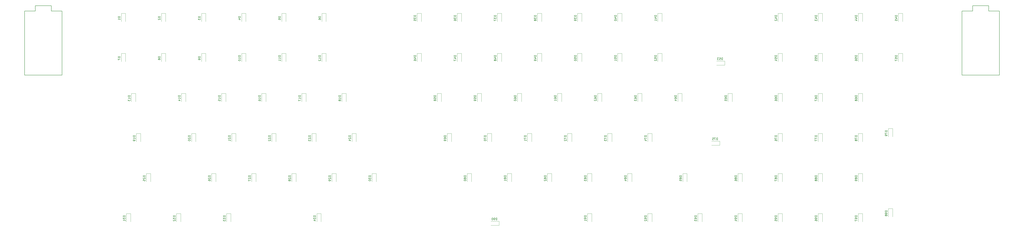
<source format=gbo>
%TF.GenerationSoftware,KiCad,Pcbnew,6.0.11-2627ca5db0~126~ubuntu22.04.1*%
%TF.CreationDate,2023-11-06T21:31:54+01:00*%
%TF.ProjectId,pcb,7063622e-6b69-4636-9164-5f7063625858,rev?*%
%TF.SameCoordinates,Original*%
%TF.FileFunction,Legend,Bot*%
%TF.FilePolarity,Positive*%
%FSLAX46Y46*%
G04 Gerber Fmt 4.6, Leading zero omitted, Abs format (unit mm)*
G04 Created by KiCad (PCBNEW 6.0.11-2627ca5db0~126~ubuntu22.04.1) date 2023-11-06 21:31:54*
%MOMM*%
%LPD*%
G01*
G04 APERTURE LIST*
%ADD10C,0.150000*%
%ADD11C,0.120000*%
G04 APERTURE END LIST*
D10*
%TO.C,D37*%
X210383680Y-279754464D02*
X209383680Y-279754464D01*
X209383680Y-279992559D01*
X209431300Y-280135416D01*
X209526538Y-280230654D01*
X209621776Y-280278273D01*
X209812252Y-280325892D01*
X209955109Y-280325892D01*
X210145585Y-280278273D01*
X210240823Y-280230654D01*
X210336061Y-280135416D01*
X210383680Y-279992559D01*
X210383680Y-279754464D01*
X209383680Y-280659226D02*
X209383680Y-281278273D01*
X209764633Y-280944940D01*
X209764633Y-281087797D01*
X209812252Y-281183035D01*
X209859871Y-281230654D01*
X209955109Y-281278273D01*
X210193204Y-281278273D01*
X210288442Y-281230654D01*
X210336061Y-281183035D01*
X210383680Y-281087797D01*
X210383680Y-280802083D01*
X210336061Y-280706845D01*
X210288442Y-280659226D01*
X209383680Y-281611607D02*
X209383680Y-282278273D01*
X210383680Y-281849702D01*
%TO.C,D15*%
X79414880Y-317873214D02*
X78414880Y-317873214D01*
X78414880Y-318111309D01*
X78462500Y-318254166D01*
X78557738Y-318349404D01*
X78652976Y-318397023D01*
X78843452Y-318444642D01*
X78986309Y-318444642D01*
X79176785Y-318397023D01*
X79272023Y-318349404D01*
X79367261Y-318254166D01*
X79414880Y-318111309D01*
X79414880Y-317873214D01*
X79414880Y-319397023D02*
X79414880Y-318825595D01*
X79414880Y-319111309D02*
X78414880Y-319111309D01*
X78557738Y-319016071D01*
X78652976Y-318920833D01*
X78700595Y-318825595D01*
X78414880Y-320301785D02*
X78414880Y-319825595D01*
X78891071Y-319777976D01*
X78843452Y-319825595D01*
X78795833Y-319920833D01*
X78795833Y-320158928D01*
X78843452Y-320254166D01*
X78891071Y-320301785D01*
X78986309Y-320349404D01*
X79224404Y-320349404D01*
X79319642Y-320301785D01*
X79367261Y-320254166D01*
X79414880Y-320158928D01*
X79414880Y-319920833D01*
X79367261Y-319825595D01*
X79319642Y-319777976D01*
%TO.C,D84*%
X272296180Y-355954464D02*
X271296180Y-355954464D01*
X271296180Y-356192559D01*
X271343800Y-356335416D01*
X271439038Y-356430654D01*
X271534276Y-356478273D01*
X271724752Y-356525892D01*
X271867609Y-356525892D01*
X272058085Y-356478273D01*
X272153323Y-356430654D01*
X272248561Y-356335416D01*
X272296180Y-356192559D01*
X272296180Y-355954464D01*
X271724752Y-357097321D02*
X271677133Y-357002083D01*
X271629514Y-356954464D01*
X271534276Y-356906845D01*
X271486657Y-356906845D01*
X271391419Y-356954464D01*
X271343800Y-357002083D01*
X271296180Y-357097321D01*
X271296180Y-357287797D01*
X271343800Y-357383035D01*
X271391419Y-357430654D01*
X271486657Y-357478273D01*
X271534276Y-357478273D01*
X271629514Y-357430654D01*
X271677133Y-357383035D01*
X271724752Y-357287797D01*
X271724752Y-357097321D01*
X271772371Y-357002083D01*
X271819990Y-356954464D01*
X271915228Y-356906845D01*
X272105704Y-356906845D01*
X272200942Y-356954464D01*
X272248561Y-357002083D01*
X272296180Y-357097321D01*
X272296180Y-357287797D01*
X272248561Y-357383035D01*
X272200942Y-357430654D01*
X272105704Y-357478273D01*
X271915228Y-357478273D01*
X271819990Y-357430654D01*
X271772371Y-357383035D01*
X271724752Y-357287797D01*
X271629514Y-358335416D02*
X272296180Y-358335416D01*
X271248561Y-358097321D02*
X271962847Y-357859226D01*
X271962847Y-358478273D01*
%TO.C,D81*%
X215146180Y-355954464D02*
X214146180Y-355954464D01*
X214146180Y-356192559D01*
X214193800Y-356335416D01*
X214289038Y-356430654D01*
X214384276Y-356478273D01*
X214574752Y-356525892D01*
X214717609Y-356525892D01*
X214908085Y-356478273D01*
X215003323Y-356430654D01*
X215098561Y-356335416D01*
X215146180Y-356192559D01*
X215146180Y-355954464D01*
X214574752Y-357097321D02*
X214527133Y-357002083D01*
X214479514Y-356954464D01*
X214384276Y-356906845D01*
X214336657Y-356906845D01*
X214241419Y-356954464D01*
X214193800Y-357002083D01*
X214146180Y-357097321D01*
X214146180Y-357287797D01*
X214193800Y-357383035D01*
X214241419Y-357430654D01*
X214336657Y-357478273D01*
X214384276Y-357478273D01*
X214479514Y-357430654D01*
X214527133Y-357383035D01*
X214574752Y-357287797D01*
X214574752Y-357097321D01*
X214622371Y-357002083D01*
X214669990Y-356954464D01*
X214765228Y-356906845D01*
X214955704Y-356906845D01*
X215050942Y-356954464D01*
X215098561Y-357002083D01*
X215146180Y-357097321D01*
X215146180Y-357287797D01*
X215098561Y-357383035D01*
X215050942Y-357430654D01*
X214955704Y-357478273D01*
X214765228Y-357478273D01*
X214669990Y-357430654D01*
X214622371Y-357383035D01*
X214574752Y-357287797D01*
X215146180Y-358430654D02*
X215146180Y-357859226D01*
X215146180Y-358144940D02*
X214146180Y-358144940D01*
X214289038Y-358049702D01*
X214384276Y-357954464D01*
X214431895Y-357859226D01*
%TO.C,D83*%
X253246180Y-355954464D02*
X252246180Y-355954464D01*
X252246180Y-356192559D01*
X252293800Y-356335416D01*
X252389038Y-356430654D01*
X252484276Y-356478273D01*
X252674752Y-356525892D01*
X252817609Y-356525892D01*
X253008085Y-356478273D01*
X253103323Y-356430654D01*
X253198561Y-356335416D01*
X253246180Y-356192559D01*
X253246180Y-355954464D01*
X252674752Y-357097321D02*
X252627133Y-357002083D01*
X252579514Y-356954464D01*
X252484276Y-356906845D01*
X252436657Y-356906845D01*
X252341419Y-356954464D01*
X252293800Y-357002083D01*
X252246180Y-357097321D01*
X252246180Y-357287797D01*
X252293800Y-357383035D01*
X252341419Y-357430654D01*
X252436657Y-357478273D01*
X252484276Y-357478273D01*
X252579514Y-357430654D01*
X252627133Y-357383035D01*
X252674752Y-357287797D01*
X252674752Y-357097321D01*
X252722371Y-357002083D01*
X252769990Y-356954464D01*
X252865228Y-356906845D01*
X253055704Y-356906845D01*
X253150942Y-356954464D01*
X253198561Y-357002083D01*
X253246180Y-357097321D01*
X253246180Y-357287797D01*
X253198561Y-357383035D01*
X253150942Y-357430654D01*
X253055704Y-357478273D01*
X252865228Y-357478273D01*
X252769990Y-357430654D01*
X252722371Y-357383035D01*
X252674752Y-357287797D01*
X252246180Y-357811607D02*
X252246180Y-358430654D01*
X252627133Y-358097321D01*
X252627133Y-358240178D01*
X252674752Y-358335416D01*
X252722371Y-358383035D01*
X252817609Y-358430654D01*
X253055704Y-358430654D01*
X253150942Y-358383035D01*
X253198561Y-358335416D01*
X253246180Y-358240178D01*
X253246180Y-357954464D01*
X253198561Y-357859226D01*
X253150942Y-357811607D01*
%TO.C,D44*%
X381833680Y-279754464D02*
X380833680Y-279754464D01*
X380833680Y-279992559D01*
X380881300Y-280135416D01*
X380976538Y-280230654D01*
X381071776Y-280278273D01*
X381262252Y-280325892D01*
X381405109Y-280325892D01*
X381595585Y-280278273D01*
X381690823Y-280230654D01*
X381786061Y-280135416D01*
X381833680Y-279992559D01*
X381833680Y-279754464D01*
X381167014Y-281183035D02*
X381833680Y-281183035D01*
X380786061Y-280944940D02*
X381500347Y-280706845D01*
X381500347Y-281325892D01*
X381167014Y-282135416D02*
X381833680Y-282135416D01*
X380786061Y-281897321D02*
X381500347Y-281659226D01*
X381500347Y-282278273D01*
%TO.C,D35*%
X172283680Y-279754464D02*
X171283680Y-279754464D01*
X171283680Y-279992559D01*
X171331300Y-280135416D01*
X171426538Y-280230654D01*
X171521776Y-280278273D01*
X171712252Y-280325892D01*
X171855109Y-280325892D01*
X172045585Y-280278273D01*
X172140823Y-280230654D01*
X172236061Y-280135416D01*
X172283680Y-279992559D01*
X172283680Y-279754464D01*
X171283680Y-280659226D02*
X171283680Y-281278273D01*
X171664633Y-280944940D01*
X171664633Y-281087797D01*
X171712252Y-281183035D01*
X171759871Y-281230654D01*
X171855109Y-281278273D01*
X172093204Y-281278273D01*
X172188442Y-281230654D01*
X172236061Y-281183035D01*
X172283680Y-281087797D01*
X172283680Y-280802083D01*
X172236061Y-280706845D01*
X172188442Y-280659226D01*
X171283680Y-282183035D02*
X171283680Y-281706845D01*
X171759871Y-281659226D01*
X171712252Y-281706845D01*
X171664633Y-281802083D01*
X171664633Y-282040178D01*
X171712252Y-282135416D01*
X171759871Y-282183035D01*
X171855109Y-282230654D01*
X172093204Y-282230654D01*
X172188442Y-282183035D01*
X172236061Y-282135416D01*
X172283680Y-282040178D01*
X172283680Y-281802083D01*
X172236061Y-281706845D01*
X172188442Y-281659226D01*
%TO.C,D95*%
X343733680Y-375004464D02*
X342733680Y-375004464D01*
X342733680Y-375242559D01*
X342781300Y-375385416D01*
X342876538Y-375480654D01*
X342971776Y-375528273D01*
X343162252Y-375575892D01*
X343305109Y-375575892D01*
X343495585Y-375528273D01*
X343590823Y-375480654D01*
X343686061Y-375385416D01*
X343733680Y-375242559D01*
X343733680Y-375004464D01*
X343733680Y-376052083D02*
X343733680Y-376242559D01*
X343686061Y-376337797D01*
X343638442Y-376385416D01*
X343495585Y-376480654D01*
X343305109Y-376528273D01*
X342924157Y-376528273D01*
X342828919Y-376480654D01*
X342781300Y-376433035D01*
X342733680Y-376337797D01*
X342733680Y-376147321D01*
X342781300Y-376052083D01*
X342828919Y-376004464D01*
X342924157Y-375956845D01*
X343162252Y-375956845D01*
X343257490Y-376004464D01*
X343305109Y-376052083D01*
X343352728Y-376147321D01*
X343352728Y-376337797D01*
X343305109Y-376433035D01*
X343257490Y-376480654D01*
X343162252Y-376528273D01*
X342733680Y-377433035D02*
X342733680Y-376956845D01*
X343209871Y-376909226D01*
X343162252Y-376956845D01*
X343114633Y-377052083D01*
X343114633Y-377290178D01*
X343162252Y-377385416D01*
X343209871Y-377433035D01*
X343305109Y-377480654D01*
X343543204Y-377480654D01*
X343638442Y-377433035D01*
X343686061Y-377385416D01*
X343733680Y-377290178D01*
X343733680Y-377052083D01*
X343686061Y-376956845D01*
X343638442Y-376909226D01*
%TO.C,D88*%
X362783680Y-355954464D02*
X361783680Y-355954464D01*
X361783680Y-356192559D01*
X361831300Y-356335416D01*
X361926538Y-356430654D01*
X362021776Y-356478273D01*
X362212252Y-356525892D01*
X362355109Y-356525892D01*
X362545585Y-356478273D01*
X362640823Y-356430654D01*
X362736061Y-356335416D01*
X362783680Y-356192559D01*
X362783680Y-355954464D01*
X362212252Y-357097321D02*
X362164633Y-357002083D01*
X362117014Y-356954464D01*
X362021776Y-356906845D01*
X361974157Y-356906845D01*
X361878919Y-356954464D01*
X361831300Y-357002083D01*
X361783680Y-357097321D01*
X361783680Y-357287797D01*
X361831300Y-357383035D01*
X361878919Y-357430654D01*
X361974157Y-357478273D01*
X362021776Y-357478273D01*
X362117014Y-357430654D01*
X362164633Y-357383035D01*
X362212252Y-357287797D01*
X362212252Y-357097321D01*
X362259871Y-357002083D01*
X362307490Y-356954464D01*
X362402728Y-356906845D01*
X362593204Y-356906845D01*
X362688442Y-356954464D01*
X362736061Y-357002083D01*
X362783680Y-357097321D01*
X362783680Y-357287797D01*
X362736061Y-357383035D01*
X362688442Y-357430654D01*
X362593204Y-357478273D01*
X362402728Y-357478273D01*
X362307490Y-357430654D01*
X362259871Y-357383035D01*
X362212252Y-357287797D01*
X362212252Y-358049702D02*
X362164633Y-357954464D01*
X362117014Y-357906845D01*
X362021776Y-357859226D01*
X361974157Y-357859226D01*
X361878919Y-357906845D01*
X361831300Y-357954464D01*
X361783680Y-358049702D01*
X361783680Y-358240178D01*
X361831300Y-358335416D01*
X361878919Y-358383035D01*
X361974157Y-358430654D01*
X362021776Y-358430654D01*
X362117014Y-358383035D01*
X362164633Y-358335416D01*
X362212252Y-358240178D01*
X362212252Y-358049702D01*
X362259871Y-357954464D01*
X362307490Y-357906845D01*
X362402728Y-357859226D01*
X362593204Y-357859226D01*
X362688442Y-357906845D01*
X362736061Y-357954464D01*
X362783680Y-358049702D01*
X362783680Y-358240178D01*
X362736061Y-358335416D01*
X362688442Y-358383035D01*
X362593204Y-358430654D01*
X362402728Y-358430654D01*
X362307490Y-358383035D01*
X362259871Y-358335416D01*
X362212252Y-358240178D01*
%TO.C,D28*%
X112752380Y-355973214D02*
X111752380Y-355973214D01*
X111752380Y-356211309D01*
X111800000Y-356354166D01*
X111895238Y-356449404D01*
X111990476Y-356497023D01*
X112180952Y-356544642D01*
X112323809Y-356544642D01*
X112514285Y-356497023D01*
X112609523Y-356449404D01*
X112704761Y-356354166D01*
X112752380Y-356211309D01*
X112752380Y-355973214D01*
X111847619Y-356925595D02*
X111800000Y-356973214D01*
X111752380Y-357068452D01*
X111752380Y-357306547D01*
X111800000Y-357401785D01*
X111847619Y-357449404D01*
X111942857Y-357497023D01*
X112038095Y-357497023D01*
X112180952Y-357449404D01*
X112752380Y-356877976D01*
X112752380Y-357497023D01*
X112180952Y-358068452D02*
X112133333Y-357973214D01*
X112085714Y-357925595D01*
X111990476Y-357877976D01*
X111942857Y-357877976D01*
X111847619Y-357925595D01*
X111800000Y-357973214D01*
X111752380Y-358068452D01*
X111752380Y-358258928D01*
X111800000Y-358354166D01*
X111847619Y-358401785D01*
X111942857Y-358449404D01*
X111990476Y-358449404D01*
X112085714Y-358401785D01*
X112133333Y-358354166D01*
X112180952Y-358258928D01*
X112180952Y-358068452D01*
X112228571Y-357973214D01*
X112276190Y-357925595D01*
X112371428Y-357877976D01*
X112561904Y-357877976D01*
X112657142Y-357925595D01*
X112704761Y-357973214D01*
X112752380Y-358068452D01*
X112752380Y-358258928D01*
X112704761Y-358354166D01*
X112657142Y-358401785D01*
X112561904Y-358449404D01*
X112371428Y-358449404D01*
X112276190Y-358401785D01*
X112228571Y-358354166D01*
X112180952Y-358258928D01*
%TO.C,D70*%
X205621180Y-336904464D02*
X204621180Y-336904464D01*
X204621180Y-337142559D01*
X204668800Y-337285416D01*
X204764038Y-337380654D01*
X204859276Y-337428273D01*
X205049752Y-337475892D01*
X205192609Y-337475892D01*
X205383085Y-337428273D01*
X205478323Y-337380654D01*
X205573561Y-337285416D01*
X205621180Y-337142559D01*
X205621180Y-336904464D01*
X204621180Y-337809226D02*
X204621180Y-338475892D01*
X205621180Y-338047321D01*
X204621180Y-339047321D02*
X204621180Y-339142559D01*
X204668800Y-339237797D01*
X204716419Y-339285416D01*
X204811657Y-339333035D01*
X205002133Y-339380654D01*
X205240228Y-339380654D01*
X205430704Y-339333035D01*
X205525942Y-339285416D01*
X205573561Y-339237797D01*
X205621180Y-339142559D01*
X205621180Y-339047321D01*
X205573561Y-338952083D01*
X205525942Y-338904464D01*
X205430704Y-338856845D01*
X205240228Y-338809226D01*
X205002133Y-338809226D01*
X204811657Y-338856845D01*
X204716419Y-338904464D01*
X204668800Y-338952083D01*
X204621180Y-339047321D01*
%TO.C,D41*%
X286583680Y-279754464D02*
X285583680Y-279754464D01*
X285583680Y-279992559D01*
X285631300Y-280135416D01*
X285726538Y-280230654D01*
X285821776Y-280278273D01*
X286012252Y-280325892D01*
X286155109Y-280325892D01*
X286345585Y-280278273D01*
X286440823Y-280230654D01*
X286536061Y-280135416D01*
X286583680Y-279992559D01*
X286583680Y-279754464D01*
X285917014Y-281183035D02*
X286583680Y-281183035D01*
X285536061Y-280944940D02*
X286250347Y-280706845D01*
X286250347Y-281325892D01*
X286583680Y-282230654D02*
X286583680Y-281659226D01*
X286583680Y-281944940D02*
X285583680Y-281944940D01*
X285726538Y-281849702D01*
X285821776Y-281754464D01*
X285869395Y-281659226D01*
%TO.C,D24*%
X141327380Y-336923214D02*
X140327380Y-336923214D01*
X140327380Y-337161309D01*
X140375000Y-337304166D01*
X140470238Y-337399404D01*
X140565476Y-337447023D01*
X140755952Y-337494642D01*
X140898809Y-337494642D01*
X141089285Y-337447023D01*
X141184523Y-337399404D01*
X141279761Y-337304166D01*
X141327380Y-337161309D01*
X141327380Y-336923214D01*
X140422619Y-337875595D02*
X140375000Y-337923214D01*
X140327380Y-338018452D01*
X140327380Y-338256547D01*
X140375000Y-338351785D01*
X140422619Y-338399404D01*
X140517857Y-338447023D01*
X140613095Y-338447023D01*
X140755952Y-338399404D01*
X141327380Y-337827976D01*
X141327380Y-338447023D01*
X140660714Y-339304166D02*
X141327380Y-339304166D01*
X140279761Y-339066071D02*
X140994047Y-338827976D01*
X140994047Y-339447023D01*
%TO.C,D34*%
X124658630Y-375023214D02*
X123658630Y-375023214D01*
X123658630Y-375261309D01*
X123706250Y-375404166D01*
X123801488Y-375499404D01*
X123896726Y-375547023D01*
X124087202Y-375594642D01*
X124230059Y-375594642D01*
X124420535Y-375547023D01*
X124515773Y-375499404D01*
X124611011Y-375404166D01*
X124658630Y-375261309D01*
X124658630Y-375023214D01*
X123658630Y-375927976D02*
X123658630Y-376547023D01*
X124039583Y-376213690D01*
X124039583Y-376356547D01*
X124087202Y-376451785D01*
X124134821Y-376499404D01*
X124230059Y-376547023D01*
X124468154Y-376547023D01*
X124563392Y-376499404D01*
X124611011Y-376451785D01*
X124658630Y-376356547D01*
X124658630Y-376070833D01*
X124611011Y-375975595D01*
X124563392Y-375927976D01*
X123991964Y-377404166D02*
X124658630Y-377404166D01*
X123611011Y-377166071D02*
X124325297Y-376927976D01*
X124325297Y-377547023D01*
%TO.C,D77*%
X362783680Y-336904464D02*
X361783680Y-336904464D01*
X361783680Y-337142559D01*
X361831300Y-337285416D01*
X361926538Y-337380654D01*
X362021776Y-337428273D01*
X362212252Y-337475892D01*
X362355109Y-337475892D01*
X362545585Y-337428273D01*
X362640823Y-337380654D01*
X362736061Y-337285416D01*
X362783680Y-337142559D01*
X362783680Y-336904464D01*
X361783680Y-337809226D02*
X361783680Y-338475892D01*
X362783680Y-338047321D01*
X361783680Y-338761607D02*
X361783680Y-339428273D01*
X362783680Y-338999702D01*
%TO.C,D86*%
X324683680Y-355954464D02*
X323683680Y-355954464D01*
X323683680Y-356192559D01*
X323731300Y-356335416D01*
X323826538Y-356430654D01*
X323921776Y-356478273D01*
X324112252Y-356525892D01*
X324255109Y-356525892D01*
X324445585Y-356478273D01*
X324540823Y-356430654D01*
X324636061Y-356335416D01*
X324683680Y-356192559D01*
X324683680Y-355954464D01*
X324112252Y-357097321D02*
X324064633Y-357002083D01*
X324017014Y-356954464D01*
X323921776Y-356906845D01*
X323874157Y-356906845D01*
X323778919Y-356954464D01*
X323731300Y-357002083D01*
X323683680Y-357097321D01*
X323683680Y-357287797D01*
X323731300Y-357383035D01*
X323778919Y-357430654D01*
X323874157Y-357478273D01*
X323921776Y-357478273D01*
X324017014Y-357430654D01*
X324064633Y-357383035D01*
X324112252Y-357287797D01*
X324112252Y-357097321D01*
X324159871Y-357002083D01*
X324207490Y-356954464D01*
X324302728Y-356906845D01*
X324493204Y-356906845D01*
X324588442Y-356954464D01*
X324636061Y-357002083D01*
X324683680Y-357097321D01*
X324683680Y-357287797D01*
X324636061Y-357383035D01*
X324588442Y-357430654D01*
X324493204Y-357478273D01*
X324302728Y-357478273D01*
X324207490Y-357430654D01*
X324159871Y-357383035D01*
X324112252Y-357287797D01*
X323683680Y-358335416D02*
X323683680Y-358144940D01*
X323731300Y-358049702D01*
X323778919Y-358002083D01*
X323921776Y-357906845D01*
X324112252Y-357859226D01*
X324493204Y-357859226D01*
X324588442Y-357906845D01*
X324636061Y-357954464D01*
X324683680Y-358049702D01*
X324683680Y-358240178D01*
X324636061Y-358335416D01*
X324588442Y-358383035D01*
X324493204Y-358430654D01*
X324255109Y-358430654D01*
X324159871Y-358383035D01*
X324112252Y-358335416D01*
X324064633Y-358240178D01*
X324064633Y-358049702D01*
X324112252Y-357954464D01*
X324159871Y-357906845D01*
X324255109Y-357859226D01*
%TO.C,D46*%
X172283680Y-298804464D02*
X171283680Y-298804464D01*
X171283680Y-299042559D01*
X171331300Y-299185416D01*
X171426538Y-299280654D01*
X171521776Y-299328273D01*
X171712252Y-299375892D01*
X171855109Y-299375892D01*
X172045585Y-299328273D01*
X172140823Y-299280654D01*
X172236061Y-299185416D01*
X172283680Y-299042559D01*
X172283680Y-298804464D01*
X171617014Y-300233035D02*
X172283680Y-300233035D01*
X171236061Y-299994940D02*
X171950347Y-299756845D01*
X171950347Y-300375892D01*
X171283680Y-301185416D02*
X171283680Y-300994940D01*
X171331300Y-300899702D01*
X171378919Y-300852083D01*
X171521776Y-300756845D01*
X171712252Y-300709226D01*
X172093204Y-300709226D01*
X172188442Y-300756845D01*
X172236061Y-300804464D01*
X172283680Y-300899702D01*
X172283680Y-301090178D01*
X172236061Y-301185416D01*
X172188442Y-301233035D01*
X172093204Y-301280654D01*
X171855109Y-301280654D01*
X171759871Y-301233035D01*
X171712252Y-301185416D01*
X171664633Y-301090178D01*
X171664633Y-300899702D01*
X171712252Y-300804464D01*
X171759871Y-300756845D01*
X171855109Y-300709226D01*
%TO.C,D21*%
X84177380Y-336923214D02*
X83177380Y-336923214D01*
X83177380Y-337161309D01*
X83225000Y-337304166D01*
X83320238Y-337399404D01*
X83415476Y-337447023D01*
X83605952Y-337494642D01*
X83748809Y-337494642D01*
X83939285Y-337447023D01*
X84034523Y-337399404D01*
X84129761Y-337304166D01*
X84177380Y-337161309D01*
X84177380Y-336923214D01*
X83272619Y-337875595D02*
X83225000Y-337923214D01*
X83177380Y-338018452D01*
X83177380Y-338256547D01*
X83225000Y-338351785D01*
X83272619Y-338399404D01*
X83367857Y-338447023D01*
X83463095Y-338447023D01*
X83605952Y-338399404D01*
X84177380Y-337827976D01*
X84177380Y-338447023D01*
X84177380Y-339399404D02*
X84177380Y-338827976D01*
X84177380Y-339113690D02*
X83177380Y-339113690D01*
X83320238Y-339018452D01*
X83415476Y-338923214D01*
X83463095Y-338827976D01*
%TO.C,D94*%
X324683680Y-375004464D02*
X323683680Y-375004464D01*
X323683680Y-375242559D01*
X323731300Y-375385416D01*
X323826538Y-375480654D01*
X323921776Y-375528273D01*
X324112252Y-375575892D01*
X324255109Y-375575892D01*
X324445585Y-375528273D01*
X324540823Y-375480654D01*
X324636061Y-375385416D01*
X324683680Y-375242559D01*
X324683680Y-375004464D01*
X324683680Y-376052083D02*
X324683680Y-376242559D01*
X324636061Y-376337797D01*
X324588442Y-376385416D01*
X324445585Y-376480654D01*
X324255109Y-376528273D01*
X323874157Y-376528273D01*
X323778919Y-376480654D01*
X323731300Y-376433035D01*
X323683680Y-376337797D01*
X323683680Y-376147321D01*
X323731300Y-376052083D01*
X323778919Y-376004464D01*
X323874157Y-375956845D01*
X324112252Y-375956845D01*
X324207490Y-376004464D01*
X324255109Y-376052083D01*
X324302728Y-376147321D01*
X324302728Y-376337797D01*
X324255109Y-376433035D01*
X324207490Y-376480654D01*
X324112252Y-376528273D01*
X324017014Y-377385416D02*
X324683680Y-377385416D01*
X323636061Y-377147321D02*
X324350347Y-376909226D01*
X324350347Y-377528273D01*
%TO.C,D87*%
X343733680Y-355954464D02*
X342733680Y-355954464D01*
X342733680Y-356192559D01*
X342781300Y-356335416D01*
X342876538Y-356430654D01*
X342971776Y-356478273D01*
X343162252Y-356525892D01*
X343305109Y-356525892D01*
X343495585Y-356478273D01*
X343590823Y-356430654D01*
X343686061Y-356335416D01*
X343733680Y-356192559D01*
X343733680Y-355954464D01*
X343162252Y-357097321D02*
X343114633Y-357002083D01*
X343067014Y-356954464D01*
X342971776Y-356906845D01*
X342924157Y-356906845D01*
X342828919Y-356954464D01*
X342781300Y-357002083D01*
X342733680Y-357097321D01*
X342733680Y-357287797D01*
X342781300Y-357383035D01*
X342828919Y-357430654D01*
X342924157Y-357478273D01*
X342971776Y-357478273D01*
X343067014Y-357430654D01*
X343114633Y-357383035D01*
X343162252Y-357287797D01*
X343162252Y-357097321D01*
X343209871Y-357002083D01*
X343257490Y-356954464D01*
X343352728Y-356906845D01*
X343543204Y-356906845D01*
X343638442Y-356954464D01*
X343686061Y-357002083D01*
X343733680Y-357097321D01*
X343733680Y-357287797D01*
X343686061Y-357383035D01*
X343638442Y-357430654D01*
X343543204Y-357478273D01*
X343352728Y-357478273D01*
X343257490Y-357430654D01*
X343209871Y-357383035D01*
X343162252Y-357287797D01*
X342733680Y-357811607D02*
X342733680Y-358478273D01*
X343733680Y-358049702D01*
%TO.C,D32*%
X57983630Y-375023214D02*
X56983630Y-375023214D01*
X56983630Y-375261309D01*
X57031250Y-375404166D01*
X57126488Y-375499404D01*
X57221726Y-375547023D01*
X57412202Y-375594642D01*
X57555059Y-375594642D01*
X57745535Y-375547023D01*
X57840773Y-375499404D01*
X57936011Y-375404166D01*
X57983630Y-375261309D01*
X57983630Y-375023214D01*
X56983630Y-375927976D02*
X56983630Y-376547023D01*
X57364583Y-376213690D01*
X57364583Y-376356547D01*
X57412202Y-376451785D01*
X57459821Y-376499404D01*
X57555059Y-376547023D01*
X57793154Y-376547023D01*
X57888392Y-376499404D01*
X57936011Y-376451785D01*
X57983630Y-376356547D01*
X57983630Y-376070833D01*
X57936011Y-375975595D01*
X57888392Y-375927976D01*
X57078869Y-376927976D02*
X57031250Y-376975595D01*
X56983630Y-377070833D01*
X56983630Y-377308928D01*
X57031250Y-377404166D01*
X57078869Y-377451785D01*
X57174107Y-377499404D01*
X57269345Y-377499404D01*
X57412202Y-377451785D01*
X57983630Y-376880357D01*
X57983630Y-377499404D01*
%TO.C,D12*%
X127039880Y-298823214D02*
X126039880Y-298823214D01*
X126039880Y-299061309D01*
X126087500Y-299204166D01*
X126182738Y-299299404D01*
X126277976Y-299347023D01*
X126468452Y-299394642D01*
X126611309Y-299394642D01*
X126801785Y-299347023D01*
X126897023Y-299299404D01*
X126992261Y-299204166D01*
X127039880Y-299061309D01*
X127039880Y-298823214D01*
X127039880Y-300347023D02*
X127039880Y-299775595D01*
X127039880Y-300061309D02*
X126039880Y-300061309D01*
X126182738Y-299966071D01*
X126277976Y-299870833D01*
X126325595Y-299775595D01*
X126135119Y-300727976D02*
X126087500Y-300775595D01*
X126039880Y-300870833D01*
X126039880Y-301108928D01*
X126087500Y-301204166D01*
X126135119Y-301251785D01*
X126230357Y-301299404D01*
X126325595Y-301299404D01*
X126468452Y-301251785D01*
X127039880Y-300680357D01*
X127039880Y-301299404D01*
%TO.C,D72*%
X243721180Y-336904464D02*
X242721180Y-336904464D01*
X242721180Y-337142559D01*
X242768800Y-337285416D01*
X242864038Y-337380654D01*
X242959276Y-337428273D01*
X243149752Y-337475892D01*
X243292609Y-337475892D01*
X243483085Y-337428273D01*
X243578323Y-337380654D01*
X243673561Y-337285416D01*
X243721180Y-337142559D01*
X243721180Y-336904464D01*
X242721180Y-337809226D02*
X242721180Y-338475892D01*
X243721180Y-338047321D01*
X242816419Y-338809226D02*
X242768800Y-338856845D01*
X242721180Y-338952083D01*
X242721180Y-339190178D01*
X242768800Y-339285416D01*
X242816419Y-339333035D01*
X242911657Y-339380654D01*
X243006895Y-339380654D01*
X243149752Y-339333035D01*
X243721180Y-338761607D01*
X243721180Y-339380654D01*
%TO.C,D6*%
X127039880Y-280249404D02*
X126039880Y-280249404D01*
X126039880Y-280487500D01*
X126087500Y-280630357D01*
X126182738Y-280725595D01*
X126277976Y-280773214D01*
X126468452Y-280820833D01*
X126611309Y-280820833D01*
X126801785Y-280773214D01*
X126897023Y-280725595D01*
X126992261Y-280630357D01*
X127039880Y-280487500D01*
X127039880Y-280249404D01*
X126039880Y-281677976D02*
X126039880Y-281487500D01*
X126087500Y-281392261D01*
X126135119Y-281344642D01*
X126277976Y-281249404D01*
X126468452Y-281201785D01*
X126849404Y-281201785D01*
X126944642Y-281249404D01*
X126992261Y-281297023D01*
X127039880Y-281392261D01*
X127039880Y-281582738D01*
X126992261Y-281677976D01*
X126944642Y-281725595D01*
X126849404Y-281773214D01*
X126611309Y-281773214D01*
X126516071Y-281725595D01*
X126468452Y-281677976D01*
X126420833Y-281582738D01*
X126420833Y-281392261D01*
X126468452Y-281297023D01*
X126516071Y-281249404D01*
X126611309Y-281201785D01*
%TO.C,D13*%
X36552380Y-317873214D02*
X35552380Y-317873214D01*
X35552380Y-318111309D01*
X35600000Y-318254166D01*
X35695238Y-318349404D01*
X35790476Y-318397023D01*
X35980952Y-318444642D01*
X36123809Y-318444642D01*
X36314285Y-318397023D01*
X36409523Y-318349404D01*
X36504761Y-318254166D01*
X36552380Y-318111309D01*
X36552380Y-317873214D01*
X36552380Y-319397023D02*
X36552380Y-318825595D01*
X36552380Y-319111309D02*
X35552380Y-319111309D01*
X35695238Y-319016071D01*
X35790476Y-318920833D01*
X35838095Y-318825595D01*
X35552380Y-319730357D02*
X35552380Y-320349404D01*
X35933333Y-320016071D01*
X35933333Y-320158928D01*
X35980952Y-320254166D01*
X36028571Y-320301785D01*
X36123809Y-320349404D01*
X36361904Y-320349404D01*
X36457142Y-320301785D01*
X36504761Y-320254166D01*
X36552380Y-320158928D01*
X36552380Y-319873214D01*
X36504761Y-319777976D01*
X36457142Y-319730357D01*
%TO.C,D80*%
X196096180Y-355954464D02*
X195096180Y-355954464D01*
X195096180Y-356192559D01*
X195143800Y-356335416D01*
X195239038Y-356430654D01*
X195334276Y-356478273D01*
X195524752Y-356525892D01*
X195667609Y-356525892D01*
X195858085Y-356478273D01*
X195953323Y-356430654D01*
X196048561Y-356335416D01*
X196096180Y-356192559D01*
X196096180Y-355954464D01*
X195524752Y-357097321D02*
X195477133Y-357002083D01*
X195429514Y-356954464D01*
X195334276Y-356906845D01*
X195286657Y-356906845D01*
X195191419Y-356954464D01*
X195143800Y-357002083D01*
X195096180Y-357097321D01*
X195096180Y-357287797D01*
X195143800Y-357383035D01*
X195191419Y-357430654D01*
X195286657Y-357478273D01*
X195334276Y-357478273D01*
X195429514Y-357430654D01*
X195477133Y-357383035D01*
X195524752Y-357287797D01*
X195524752Y-357097321D01*
X195572371Y-357002083D01*
X195619990Y-356954464D01*
X195715228Y-356906845D01*
X195905704Y-356906845D01*
X196000942Y-356954464D01*
X196048561Y-357002083D01*
X196096180Y-357097321D01*
X196096180Y-357287797D01*
X196048561Y-357383035D01*
X196000942Y-357430654D01*
X195905704Y-357478273D01*
X195715228Y-357478273D01*
X195619990Y-357430654D01*
X195572371Y-357383035D01*
X195524752Y-357287797D01*
X195096180Y-358097321D02*
X195096180Y-358192559D01*
X195143800Y-358287797D01*
X195191419Y-358335416D01*
X195286657Y-358383035D01*
X195477133Y-358430654D01*
X195715228Y-358430654D01*
X195905704Y-358383035D01*
X196000942Y-358335416D01*
X196048561Y-358287797D01*
X196096180Y-358192559D01*
X196096180Y-358097321D01*
X196048561Y-358002083D01*
X196000942Y-357954464D01*
X195905704Y-357906845D01*
X195715228Y-357859226D01*
X195477133Y-357859226D01*
X195286657Y-357906845D01*
X195191419Y-357954464D01*
X195143800Y-358002083D01*
X195096180Y-358097321D01*
%TO.C,D91*%
X253214930Y-374979464D02*
X252214930Y-374979464D01*
X252214930Y-375217559D01*
X252262550Y-375360416D01*
X252357788Y-375455654D01*
X252453026Y-375503273D01*
X252643502Y-375550892D01*
X252786359Y-375550892D01*
X252976835Y-375503273D01*
X253072073Y-375455654D01*
X253167311Y-375360416D01*
X253214930Y-375217559D01*
X253214930Y-374979464D01*
X253214930Y-376027083D02*
X253214930Y-376217559D01*
X253167311Y-376312797D01*
X253119692Y-376360416D01*
X252976835Y-376455654D01*
X252786359Y-376503273D01*
X252405407Y-376503273D01*
X252310169Y-376455654D01*
X252262550Y-376408035D01*
X252214930Y-376312797D01*
X252214930Y-376122321D01*
X252262550Y-376027083D01*
X252310169Y-375979464D01*
X252405407Y-375931845D01*
X252643502Y-375931845D01*
X252738740Y-375979464D01*
X252786359Y-376027083D01*
X252833978Y-376122321D01*
X252833978Y-376312797D01*
X252786359Y-376408035D01*
X252738740Y-376455654D01*
X252643502Y-376503273D01*
X253214930Y-377455654D02*
X253214930Y-376884226D01*
X253214930Y-377169940D02*
X252214930Y-377169940D01*
X252357788Y-377074702D01*
X252453026Y-376979464D01*
X252500645Y-376884226D01*
%TO.C,D25*%
X43696130Y-355973214D02*
X42696130Y-355973214D01*
X42696130Y-356211309D01*
X42743750Y-356354166D01*
X42838988Y-356449404D01*
X42934226Y-356497023D01*
X43124702Y-356544642D01*
X43267559Y-356544642D01*
X43458035Y-356497023D01*
X43553273Y-356449404D01*
X43648511Y-356354166D01*
X43696130Y-356211309D01*
X43696130Y-355973214D01*
X42791369Y-356925595D02*
X42743750Y-356973214D01*
X42696130Y-357068452D01*
X42696130Y-357306547D01*
X42743750Y-357401785D01*
X42791369Y-357449404D01*
X42886607Y-357497023D01*
X42981845Y-357497023D01*
X43124702Y-357449404D01*
X43696130Y-356877976D01*
X43696130Y-357497023D01*
X42696130Y-358401785D02*
X42696130Y-357925595D01*
X43172321Y-357877976D01*
X43124702Y-357925595D01*
X43077083Y-358020833D01*
X43077083Y-358258928D01*
X43124702Y-358354166D01*
X43172321Y-358401785D01*
X43267559Y-358449404D01*
X43505654Y-358449404D01*
X43600892Y-358401785D01*
X43648511Y-358354166D01*
X43696130Y-358258928D01*
X43696130Y-358020833D01*
X43648511Y-357925595D01*
X43600892Y-357877976D01*
%TO.C,D55*%
X362783680Y-298804464D02*
X361783680Y-298804464D01*
X361783680Y-299042559D01*
X361831300Y-299185416D01*
X361926538Y-299280654D01*
X362021776Y-299328273D01*
X362212252Y-299375892D01*
X362355109Y-299375892D01*
X362545585Y-299328273D01*
X362640823Y-299280654D01*
X362736061Y-299185416D01*
X362783680Y-299042559D01*
X362783680Y-298804464D01*
X361783680Y-300280654D02*
X361783680Y-299804464D01*
X362259871Y-299756845D01*
X362212252Y-299804464D01*
X362164633Y-299899702D01*
X362164633Y-300137797D01*
X362212252Y-300233035D01*
X362259871Y-300280654D01*
X362355109Y-300328273D01*
X362593204Y-300328273D01*
X362688442Y-300280654D01*
X362736061Y-300233035D01*
X362783680Y-300137797D01*
X362783680Y-299899702D01*
X362736061Y-299804464D01*
X362688442Y-299756845D01*
X361783680Y-301233035D02*
X361783680Y-300756845D01*
X362259871Y-300709226D01*
X362212252Y-300756845D01*
X362164633Y-300852083D01*
X362164633Y-301090178D01*
X362212252Y-301185416D01*
X362259871Y-301233035D01*
X362355109Y-301280654D01*
X362593204Y-301280654D01*
X362688442Y-301233035D01*
X362736061Y-301185416D01*
X362783680Y-301090178D01*
X362783680Y-300852083D01*
X362736061Y-300756845D01*
X362688442Y-300709226D01*
%TO.C,D39*%
X248483680Y-279754464D02*
X247483680Y-279754464D01*
X247483680Y-279992559D01*
X247531300Y-280135416D01*
X247626538Y-280230654D01*
X247721776Y-280278273D01*
X247912252Y-280325892D01*
X248055109Y-280325892D01*
X248245585Y-280278273D01*
X248340823Y-280230654D01*
X248436061Y-280135416D01*
X248483680Y-279992559D01*
X248483680Y-279754464D01*
X247483680Y-280659226D02*
X247483680Y-281278273D01*
X247864633Y-280944940D01*
X247864633Y-281087797D01*
X247912252Y-281183035D01*
X247959871Y-281230654D01*
X248055109Y-281278273D01*
X248293204Y-281278273D01*
X248388442Y-281230654D01*
X248436061Y-281183035D01*
X248483680Y-281087797D01*
X248483680Y-280802083D01*
X248436061Y-280706845D01*
X248388442Y-280659226D01*
X248483680Y-281754464D02*
X248483680Y-281944940D01*
X248436061Y-282040178D01*
X248388442Y-282087797D01*
X248245585Y-282183035D01*
X248055109Y-282230654D01*
X247674157Y-282230654D01*
X247578919Y-282183035D01*
X247531300Y-282135416D01*
X247483680Y-282040178D01*
X247483680Y-281849702D01*
X247531300Y-281754464D01*
X247578919Y-281706845D01*
X247674157Y-281659226D01*
X247912252Y-281659226D01*
X248007490Y-281706845D01*
X248055109Y-281754464D01*
X248102728Y-281849702D01*
X248102728Y-282040178D01*
X248055109Y-282135416D01*
X248007490Y-282183035D01*
X247912252Y-282230654D01*
%TO.C,D48*%
X210383680Y-298804464D02*
X209383680Y-298804464D01*
X209383680Y-299042559D01*
X209431300Y-299185416D01*
X209526538Y-299280654D01*
X209621776Y-299328273D01*
X209812252Y-299375892D01*
X209955109Y-299375892D01*
X210145585Y-299328273D01*
X210240823Y-299280654D01*
X210336061Y-299185416D01*
X210383680Y-299042559D01*
X210383680Y-298804464D01*
X209717014Y-300233035D02*
X210383680Y-300233035D01*
X209336061Y-299994940D02*
X210050347Y-299756845D01*
X210050347Y-300375892D01*
X209812252Y-300899702D02*
X209764633Y-300804464D01*
X209717014Y-300756845D01*
X209621776Y-300709226D01*
X209574157Y-300709226D01*
X209478919Y-300756845D01*
X209431300Y-300804464D01*
X209383680Y-300899702D01*
X209383680Y-301090178D01*
X209431300Y-301185416D01*
X209478919Y-301233035D01*
X209574157Y-301280654D01*
X209621776Y-301280654D01*
X209717014Y-301233035D01*
X209764633Y-301185416D01*
X209812252Y-301090178D01*
X209812252Y-300899702D01*
X209859871Y-300804464D01*
X209907490Y-300756845D01*
X210002728Y-300709226D01*
X210193204Y-300709226D01*
X210288442Y-300756845D01*
X210336061Y-300804464D01*
X210383680Y-300899702D01*
X210383680Y-301090178D01*
X210336061Y-301185416D01*
X210288442Y-301233035D01*
X210193204Y-301280654D01*
X210002728Y-301280654D01*
X209907490Y-301233035D01*
X209859871Y-301185416D01*
X209812252Y-301090178D01*
%TO.C,D42*%
X343733680Y-279754464D02*
X342733680Y-279754464D01*
X342733680Y-279992559D01*
X342781300Y-280135416D01*
X342876538Y-280230654D01*
X342971776Y-280278273D01*
X343162252Y-280325892D01*
X343305109Y-280325892D01*
X343495585Y-280278273D01*
X343590823Y-280230654D01*
X343686061Y-280135416D01*
X343733680Y-279992559D01*
X343733680Y-279754464D01*
X343067014Y-281183035D02*
X343733680Y-281183035D01*
X342686061Y-280944940D02*
X343400347Y-280706845D01*
X343400347Y-281325892D01*
X342828919Y-281659226D02*
X342781300Y-281706845D01*
X342733680Y-281802083D01*
X342733680Y-282040178D01*
X342781300Y-282135416D01*
X342828919Y-282183035D01*
X342924157Y-282230654D01*
X343019395Y-282230654D01*
X343162252Y-282183035D01*
X343733680Y-281611607D01*
X343733680Y-282230654D01*
%TO.C,D27*%
X93702380Y-355973214D02*
X92702380Y-355973214D01*
X92702380Y-356211309D01*
X92750000Y-356354166D01*
X92845238Y-356449404D01*
X92940476Y-356497023D01*
X93130952Y-356544642D01*
X93273809Y-356544642D01*
X93464285Y-356497023D01*
X93559523Y-356449404D01*
X93654761Y-356354166D01*
X93702380Y-356211309D01*
X93702380Y-355973214D01*
X92797619Y-356925595D02*
X92750000Y-356973214D01*
X92702380Y-357068452D01*
X92702380Y-357306547D01*
X92750000Y-357401785D01*
X92797619Y-357449404D01*
X92892857Y-357497023D01*
X92988095Y-357497023D01*
X93130952Y-357449404D01*
X93702380Y-356877976D01*
X93702380Y-357497023D01*
X92702380Y-357830357D02*
X92702380Y-358497023D01*
X93702380Y-358068452D01*
%TO.C,D9*%
X69889880Y-299299404D02*
X68889880Y-299299404D01*
X68889880Y-299537500D01*
X68937500Y-299680357D01*
X69032738Y-299775595D01*
X69127976Y-299823214D01*
X69318452Y-299870833D01*
X69461309Y-299870833D01*
X69651785Y-299823214D01*
X69747023Y-299775595D01*
X69842261Y-299680357D01*
X69889880Y-299537500D01*
X69889880Y-299299404D01*
X69889880Y-300347023D02*
X69889880Y-300537500D01*
X69842261Y-300632738D01*
X69794642Y-300680357D01*
X69651785Y-300775595D01*
X69461309Y-300823214D01*
X69080357Y-300823214D01*
X68985119Y-300775595D01*
X68937500Y-300727976D01*
X68889880Y-300632738D01*
X68889880Y-300442261D01*
X68937500Y-300347023D01*
X68985119Y-300299404D01*
X69080357Y-300251785D01*
X69318452Y-300251785D01*
X69413690Y-300299404D01*
X69461309Y-300347023D01*
X69508928Y-300442261D01*
X69508928Y-300632738D01*
X69461309Y-300727976D01*
X69413690Y-300775595D01*
X69318452Y-300823214D01*
%TO.C,D67*%
X362783680Y-317854464D02*
X361783680Y-317854464D01*
X361783680Y-318092559D01*
X361831300Y-318235416D01*
X361926538Y-318330654D01*
X362021776Y-318378273D01*
X362212252Y-318425892D01*
X362355109Y-318425892D01*
X362545585Y-318378273D01*
X362640823Y-318330654D01*
X362736061Y-318235416D01*
X362783680Y-318092559D01*
X362783680Y-317854464D01*
X361783680Y-319283035D02*
X361783680Y-319092559D01*
X361831300Y-318997321D01*
X361878919Y-318949702D01*
X362021776Y-318854464D01*
X362212252Y-318806845D01*
X362593204Y-318806845D01*
X362688442Y-318854464D01*
X362736061Y-318902083D01*
X362783680Y-318997321D01*
X362783680Y-319187797D01*
X362736061Y-319283035D01*
X362688442Y-319330654D01*
X362593204Y-319378273D01*
X362355109Y-319378273D01*
X362259871Y-319330654D01*
X362212252Y-319283035D01*
X362164633Y-319187797D01*
X362164633Y-318997321D01*
X362212252Y-318902083D01*
X362259871Y-318854464D01*
X362355109Y-318806845D01*
X361783680Y-319711607D02*
X361783680Y-320378273D01*
X362783680Y-319949702D01*
%TO.C,D89*%
X381833680Y-355954464D02*
X380833680Y-355954464D01*
X380833680Y-356192559D01*
X380881300Y-356335416D01*
X380976538Y-356430654D01*
X381071776Y-356478273D01*
X381262252Y-356525892D01*
X381405109Y-356525892D01*
X381595585Y-356478273D01*
X381690823Y-356430654D01*
X381786061Y-356335416D01*
X381833680Y-356192559D01*
X381833680Y-355954464D01*
X381262252Y-357097321D02*
X381214633Y-357002083D01*
X381167014Y-356954464D01*
X381071776Y-356906845D01*
X381024157Y-356906845D01*
X380928919Y-356954464D01*
X380881300Y-357002083D01*
X380833680Y-357097321D01*
X380833680Y-357287797D01*
X380881300Y-357383035D01*
X380928919Y-357430654D01*
X381024157Y-357478273D01*
X381071776Y-357478273D01*
X381167014Y-357430654D01*
X381214633Y-357383035D01*
X381262252Y-357287797D01*
X381262252Y-357097321D01*
X381309871Y-357002083D01*
X381357490Y-356954464D01*
X381452728Y-356906845D01*
X381643204Y-356906845D01*
X381738442Y-356954464D01*
X381786061Y-357002083D01*
X381833680Y-357097321D01*
X381833680Y-357287797D01*
X381786061Y-357383035D01*
X381738442Y-357430654D01*
X381643204Y-357478273D01*
X381452728Y-357478273D01*
X381357490Y-357430654D01*
X381309871Y-357383035D01*
X381262252Y-357287797D01*
X381833680Y-357954464D02*
X381833680Y-358144940D01*
X381786061Y-358240178D01*
X381738442Y-358287797D01*
X381595585Y-358383035D01*
X381405109Y-358430654D01*
X381024157Y-358430654D01*
X380928919Y-358383035D01*
X380881300Y-358335416D01*
X380833680Y-358240178D01*
X380833680Y-358049702D01*
X380881300Y-357954464D01*
X380928919Y-357906845D01*
X381024157Y-357859226D01*
X381262252Y-357859226D01*
X381357490Y-357906845D01*
X381405109Y-357954464D01*
X381452728Y-358049702D01*
X381452728Y-358240178D01*
X381405109Y-358335416D01*
X381357490Y-358383035D01*
X381262252Y-358430654D01*
%TO.C,D43*%
X362783680Y-279754464D02*
X361783680Y-279754464D01*
X361783680Y-279992559D01*
X361831300Y-280135416D01*
X361926538Y-280230654D01*
X362021776Y-280278273D01*
X362212252Y-280325892D01*
X362355109Y-280325892D01*
X362545585Y-280278273D01*
X362640823Y-280230654D01*
X362736061Y-280135416D01*
X362783680Y-279992559D01*
X362783680Y-279754464D01*
X362117014Y-281183035D02*
X362783680Y-281183035D01*
X361736061Y-280944940D02*
X362450347Y-280706845D01*
X362450347Y-281325892D01*
X361783680Y-281611607D02*
X361783680Y-282230654D01*
X362164633Y-281897321D01*
X362164633Y-282040178D01*
X362212252Y-282135416D01*
X362259871Y-282183035D01*
X362355109Y-282230654D01*
X362593204Y-282230654D01*
X362688442Y-282183035D01*
X362736061Y-282135416D01*
X362783680Y-282040178D01*
X362783680Y-281754464D01*
X362736061Y-281659226D01*
X362688442Y-281611607D01*
%TO.C,D85*%
X298489930Y-355954464D02*
X297489930Y-355954464D01*
X297489930Y-356192559D01*
X297537550Y-356335416D01*
X297632788Y-356430654D01*
X297728026Y-356478273D01*
X297918502Y-356525892D01*
X298061359Y-356525892D01*
X298251835Y-356478273D01*
X298347073Y-356430654D01*
X298442311Y-356335416D01*
X298489930Y-356192559D01*
X298489930Y-355954464D01*
X297918502Y-357097321D02*
X297870883Y-357002083D01*
X297823264Y-356954464D01*
X297728026Y-356906845D01*
X297680407Y-356906845D01*
X297585169Y-356954464D01*
X297537550Y-357002083D01*
X297489930Y-357097321D01*
X297489930Y-357287797D01*
X297537550Y-357383035D01*
X297585169Y-357430654D01*
X297680407Y-357478273D01*
X297728026Y-357478273D01*
X297823264Y-357430654D01*
X297870883Y-357383035D01*
X297918502Y-357287797D01*
X297918502Y-357097321D01*
X297966121Y-357002083D01*
X298013740Y-356954464D01*
X298108978Y-356906845D01*
X298299454Y-356906845D01*
X298394692Y-356954464D01*
X298442311Y-357002083D01*
X298489930Y-357097321D01*
X298489930Y-357287797D01*
X298442311Y-357383035D01*
X298394692Y-357430654D01*
X298299454Y-357478273D01*
X298108978Y-357478273D01*
X298013740Y-357430654D01*
X297966121Y-357383035D01*
X297918502Y-357287797D01*
X297489930Y-358383035D02*
X297489930Y-357906845D01*
X297966121Y-357859226D01*
X297918502Y-357906845D01*
X297870883Y-358002083D01*
X297870883Y-358240178D01*
X297918502Y-358335416D01*
X297966121Y-358383035D01*
X298061359Y-358430654D01*
X298299454Y-358430654D01*
X298394692Y-358383035D01*
X298442311Y-358335416D01*
X298489930Y-358240178D01*
X298489930Y-358002083D01*
X298442311Y-357906845D01*
X298394692Y-357859226D01*
%TO.C,D50*%
X248483680Y-298804464D02*
X247483680Y-298804464D01*
X247483680Y-299042559D01*
X247531300Y-299185416D01*
X247626538Y-299280654D01*
X247721776Y-299328273D01*
X247912252Y-299375892D01*
X248055109Y-299375892D01*
X248245585Y-299328273D01*
X248340823Y-299280654D01*
X248436061Y-299185416D01*
X248483680Y-299042559D01*
X248483680Y-298804464D01*
X247483680Y-300280654D02*
X247483680Y-299804464D01*
X247959871Y-299756845D01*
X247912252Y-299804464D01*
X247864633Y-299899702D01*
X247864633Y-300137797D01*
X247912252Y-300233035D01*
X247959871Y-300280654D01*
X248055109Y-300328273D01*
X248293204Y-300328273D01*
X248388442Y-300280654D01*
X248436061Y-300233035D01*
X248483680Y-300137797D01*
X248483680Y-299899702D01*
X248436061Y-299804464D01*
X248388442Y-299756845D01*
X247483680Y-300947321D02*
X247483680Y-301042559D01*
X247531300Y-301137797D01*
X247578919Y-301185416D01*
X247674157Y-301233035D01*
X247864633Y-301280654D01*
X248102728Y-301280654D01*
X248293204Y-301233035D01*
X248388442Y-301185416D01*
X248436061Y-301137797D01*
X248483680Y-301042559D01*
X248483680Y-300947321D01*
X248436061Y-300852083D01*
X248388442Y-300804464D01*
X248293204Y-300756845D01*
X248102728Y-300709226D01*
X247864633Y-300709226D01*
X247674157Y-300756845D01*
X247578919Y-300804464D01*
X247531300Y-300852083D01*
X247483680Y-300947321D01*
%TO.C,D40*%
X267533680Y-279754464D02*
X266533680Y-279754464D01*
X266533680Y-279992559D01*
X266581300Y-280135416D01*
X266676538Y-280230654D01*
X266771776Y-280278273D01*
X266962252Y-280325892D01*
X267105109Y-280325892D01*
X267295585Y-280278273D01*
X267390823Y-280230654D01*
X267486061Y-280135416D01*
X267533680Y-279992559D01*
X267533680Y-279754464D01*
X266867014Y-281183035D02*
X267533680Y-281183035D01*
X266486061Y-280944940D02*
X267200347Y-280706845D01*
X267200347Y-281325892D01*
X266533680Y-281897321D02*
X266533680Y-281992559D01*
X266581300Y-282087797D01*
X266628919Y-282135416D01*
X266724157Y-282183035D01*
X266914633Y-282230654D01*
X267152728Y-282230654D01*
X267343204Y-282183035D01*
X267438442Y-282135416D01*
X267486061Y-282087797D01*
X267533680Y-281992559D01*
X267533680Y-281897321D01*
X267486061Y-281802083D01*
X267438442Y-281754464D01*
X267343204Y-281706845D01*
X267152728Y-281659226D01*
X266914633Y-281659226D01*
X266724157Y-281706845D01*
X266628919Y-281754464D01*
X266581300Y-281802083D01*
X266533680Y-281897321D01*
%TO.C,D92*%
X281821180Y-375004464D02*
X280821180Y-375004464D01*
X280821180Y-375242559D01*
X280868800Y-375385416D01*
X280964038Y-375480654D01*
X281059276Y-375528273D01*
X281249752Y-375575892D01*
X281392609Y-375575892D01*
X281583085Y-375528273D01*
X281678323Y-375480654D01*
X281773561Y-375385416D01*
X281821180Y-375242559D01*
X281821180Y-375004464D01*
X281821180Y-376052083D02*
X281821180Y-376242559D01*
X281773561Y-376337797D01*
X281725942Y-376385416D01*
X281583085Y-376480654D01*
X281392609Y-376528273D01*
X281011657Y-376528273D01*
X280916419Y-376480654D01*
X280868800Y-376433035D01*
X280821180Y-376337797D01*
X280821180Y-376147321D01*
X280868800Y-376052083D01*
X280916419Y-376004464D01*
X281011657Y-375956845D01*
X281249752Y-375956845D01*
X281344990Y-376004464D01*
X281392609Y-376052083D01*
X281440228Y-376147321D01*
X281440228Y-376337797D01*
X281392609Y-376433035D01*
X281344990Y-376480654D01*
X281249752Y-376528273D01*
X280916419Y-376909226D02*
X280868800Y-376956845D01*
X280821180Y-377052083D01*
X280821180Y-377290178D01*
X280868800Y-377385416D01*
X280916419Y-377433035D01*
X281011657Y-377480654D01*
X281106895Y-377480654D01*
X281249752Y-377433035D01*
X281821180Y-376861607D01*
X281821180Y-377480654D01*
%TO.C,D66*%
X343733680Y-317854464D02*
X342733680Y-317854464D01*
X342733680Y-318092559D01*
X342781300Y-318235416D01*
X342876538Y-318330654D01*
X342971776Y-318378273D01*
X343162252Y-318425892D01*
X343305109Y-318425892D01*
X343495585Y-318378273D01*
X343590823Y-318330654D01*
X343686061Y-318235416D01*
X343733680Y-318092559D01*
X343733680Y-317854464D01*
X342733680Y-319283035D02*
X342733680Y-319092559D01*
X342781300Y-318997321D01*
X342828919Y-318949702D01*
X342971776Y-318854464D01*
X343162252Y-318806845D01*
X343543204Y-318806845D01*
X343638442Y-318854464D01*
X343686061Y-318902083D01*
X343733680Y-318997321D01*
X343733680Y-319187797D01*
X343686061Y-319283035D01*
X343638442Y-319330654D01*
X343543204Y-319378273D01*
X343305109Y-319378273D01*
X343209871Y-319330654D01*
X343162252Y-319283035D01*
X343114633Y-319187797D01*
X343114633Y-318997321D01*
X343162252Y-318902083D01*
X343209871Y-318854464D01*
X343305109Y-318806845D01*
X342733680Y-320235416D02*
X342733680Y-320044940D01*
X342781300Y-319949702D01*
X342828919Y-319902083D01*
X342971776Y-319806845D01*
X343162252Y-319759226D01*
X343543204Y-319759226D01*
X343638442Y-319806845D01*
X343686061Y-319854464D01*
X343733680Y-319949702D01*
X343733680Y-320140178D01*
X343686061Y-320235416D01*
X343638442Y-320283035D01*
X343543204Y-320330654D01*
X343305109Y-320330654D01*
X343209871Y-320283035D01*
X343162252Y-320235416D01*
X343114633Y-320140178D01*
X343114633Y-319949702D01*
X343162252Y-319854464D01*
X343209871Y-319806845D01*
X343305109Y-319759226D01*
%TO.C,D2*%
X50839880Y-280249404D02*
X49839880Y-280249404D01*
X49839880Y-280487500D01*
X49887500Y-280630357D01*
X49982738Y-280725595D01*
X50077976Y-280773214D01*
X50268452Y-280820833D01*
X50411309Y-280820833D01*
X50601785Y-280773214D01*
X50697023Y-280725595D01*
X50792261Y-280630357D01*
X50839880Y-280487500D01*
X50839880Y-280249404D01*
X49935119Y-281201785D02*
X49887500Y-281249404D01*
X49839880Y-281344642D01*
X49839880Y-281582738D01*
X49887500Y-281677976D01*
X49935119Y-281725595D01*
X50030357Y-281773214D01*
X50125595Y-281773214D01*
X50268452Y-281725595D01*
X50839880Y-281154166D01*
X50839880Y-281773214D01*
%TO.C,D3*%
X69889880Y-280249404D02*
X68889880Y-280249404D01*
X68889880Y-280487500D01*
X68937500Y-280630357D01*
X69032738Y-280725595D01*
X69127976Y-280773214D01*
X69318452Y-280820833D01*
X69461309Y-280820833D01*
X69651785Y-280773214D01*
X69747023Y-280725595D01*
X69842261Y-280630357D01*
X69889880Y-280487500D01*
X69889880Y-280249404D01*
X68889880Y-281154166D02*
X68889880Y-281773214D01*
X69270833Y-281439880D01*
X69270833Y-281582738D01*
X69318452Y-281677976D01*
X69366071Y-281725595D01*
X69461309Y-281773214D01*
X69699404Y-281773214D01*
X69794642Y-281725595D01*
X69842261Y-281677976D01*
X69889880Y-281582738D01*
X69889880Y-281297023D01*
X69842261Y-281201785D01*
X69794642Y-281154166D01*
%TO.C,D45*%
X400883680Y-279754464D02*
X399883680Y-279754464D01*
X399883680Y-279992559D01*
X399931300Y-280135416D01*
X400026538Y-280230654D01*
X400121776Y-280278273D01*
X400312252Y-280325892D01*
X400455109Y-280325892D01*
X400645585Y-280278273D01*
X400740823Y-280230654D01*
X400836061Y-280135416D01*
X400883680Y-279992559D01*
X400883680Y-279754464D01*
X400217014Y-281183035D02*
X400883680Y-281183035D01*
X399836061Y-280944940D02*
X400550347Y-280706845D01*
X400550347Y-281325892D01*
X399883680Y-282183035D02*
X399883680Y-281706845D01*
X400359871Y-281659226D01*
X400312252Y-281706845D01*
X400264633Y-281802083D01*
X400264633Y-282040178D01*
X400312252Y-282135416D01*
X400359871Y-282183035D01*
X400455109Y-282230654D01*
X400693204Y-282230654D01*
X400788442Y-282183035D01*
X400836061Y-282135416D01*
X400883680Y-282040178D01*
X400883680Y-281802083D01*
X400836061Y-281706845D01*
X400788442Y-281659226D01*
%TO.C,D57*%
X400883680Y-298804464D02*
X399883680Y-298804464D01*
X399883680Y-299042559D01*
X399931300Y-299185416D01*
X400026538Y-299280654D01*
X400121776Y-299328273D01*
X400312252Y-299375892D01*
X400455109Y-299375892D01*
X400645585Y-299328273D01*
X400740823Y-299280654D01*
X400836061Y-299185416D01*
X400883680Y-299042559D01*
X400883680Y-298804464D01*
X399883680Y-300280654D02*
X399883680Y-299804464D01*
X400359871Y-299756845D01*
X400312252Y-299804464D01*
X400264633Y-299899702D01*
X400264633Y-300137797D01*
X400312252Y-300233035D01*
X400359871Y-300280654D01*
X400455109Y-300328273D01*
X400693204Y-300328273D01*
X400788442Y-300280654D01*
X400836061Y-300233035D01*
X400883680Y-300137797D01*
X400883680Y-299899702D01*
X400836061Y-299804464D01*
X400788442Y-299756845D01*
X399883680Y-300661607D02*
X399883680Y-301328273D01*
X400883680Y-300899702D01*
%TO.C,D38*%
X229433680Y-279754464D02*
X228433680Y-279754464D01*
X228433680Y-279992559D01*
X228481300Y-280135416D01*
X228576538Y-280230654D01*
X228671776Y-280278273D01*
X228862252Y-280325892D01*
X229005109Y-280325892D01*
X229195585Y-280278273D01*
X229290823Y-280230654D01*
X229386061Y-280135416D01*
X229433680Y-279992559D01*
X229433680Y-279754464D01*
X228433680Y-280659226D02*
X228433680Y-281278273D01*
X228814633Y-280944940D01*
X228814633Y-281087797D01*
X228862252Y-281183035D01*
X228909871Y-281230654D01*
X229005109Y-281278273D01*
X229243204Y-281278273D01*
X229338442Y-281230654D01*
X229386061Y-281183035D01*
X229433680Y-281087797D01*
X229433680Y-280802083D01*
X229386061Y-280706845D01*
X229338442Y-280659226D01*
X228862252Y-281849702D02*
X228814633Y-281754464D01*
X228767014Y-281706845D01*
X228671776Y-281659226D01*
X228624157Y-281659226D01*
X228528919Y-281706845D01*
X228481300Y-281754464D01*
X228433680Y-281849702D01*
X228433680Y-282040178D01*
X228481300Y-282135416D01*
X228528919Y-282183035D01*
X228624157Y-282230654D01*
X228671776Y-282230654D01*
X228767014Y-282183035D01*
X228814633Y-282135416D01*
X228862252Y-282040178D01*
X228862252Y-281849702D01*
X228909871Y-281754464D01*
X228957490Y-281706845D01*
X229052728Y-281659226D01*
X229243204Y-281659226D01*
X229338442Y-281706845D01*
X229386061Y-281754464D01*
X229433680Y-281849702D01*
X229433680Y-282040178D01*
X229386061Y-282135416D01*
X229338442Y-282183035D01*
X229243204Y-282230654D01*
X229052728Y-282230654D01*
X228957490Y-282183035D01*
X228909871Y-282135416D01*
X228862252Y-282040178D01*
%TO.C,D18*%
X136564880Y-317873214D02*
X135564880Y-317873214D01*
X135564880Y-318111309D01*
X135612500Y-318254166D01*
X135707738Y-318349404D01*
X135802976Y-318397023D01*
X135993452Y-318444642D01*
X136136309Y-318444642D01*
X136326785Y-318397023D01*
X136422023Y-318349404D01*
X136517261Y-318254166D01*
X136564880Y-318111309D01*
X136564880Y-317873214D01*
X136564880Y-319397023D02*
X136564880Y-318825595D01*
X136564880Y-319111309D02*
X135564880Y-319111309D01*
X135707738Y-319016071D01*
X135802976Y-318920833D01*
X135850595Y-318825595D01*
X135993452Y-319968452D02*
X135945833Y-319873214D01*
X135898214Y-319825595D01*
X135802976Y-319777976D01*
X135755357Y-319777976D01*
X135660119Y-319825595D01*
X135612500Y-319873214D01*
X135564880Y-319968452D01*
X135564880Y-320158928D01*
X135612500Y-320254166D01*
X135660119Y-320301785D01*
X135755357Y-320349404D01*
X135802976Y-320349404D01*
X135898214Y-320301785D01*
X135945833Y-320254166D01*
X135993452Y-320158928D01*
X135993452Y-319968452D01*
X136041071Y-319873214D01*
X136088690Y-319825595D01*
X136183928Y-319777976D01*
X136374404Y-319777976D01*
X136469642Y-319825595D01*
X136517261Y-319873214D01*
X136564880Y-319968452D01*
X136564880Y-320158928D01*
X136517261Y-320254166D01*
X136469642Y-320301785D01*
X136374404Y-320349404D01*
X136183928Y-320349404D01*
X136088690Y-320301785D01*
X136041071Y-320254166D01*
X135993452Y-320158928D01*
%TO.C,D96*%
X362783680Y-375004464D02*
X361783680Y-375004464D01*
X361783680Y-375242559D01*
X361831300Y-375385416D01*
X361926538Y-375480654D01*
X362021776Y-375528273D01*
X362212252Y-375575892D01*
X362355109Y-375575892D01*
X362545585Y-375528273D01*
X362640823Y-375480654D01*
X362736061Y-375385416D01*
X362783680Y-375242559D01*
X362783680Y-375004464D01*
X362783680Y-376052083D02*
X362783680Y-376242559D01*
X362736061Y-376337797D01*
X362688442Y-376385416D01*
X362545585Y-376480654D01*
X362355109Y-376528273D01*
X361974157Y-376528273D01*
X361878919Y-376480654D01*
X361831300Y-376433035D01*
X361783680Y-376337797D01*
X361783680Y-376147321D01*
X361831300Y-376052083D01*
X361878919Y-376004464D01*
X361974157Y-375956845D01*
X362212252Y-375956845D01*
X362307490Y-376004464D01*
X362355109Y-376052083D01*
X362402728Y-376147321D01*
X362402728Y-376337797D01*
X362355109Y-376433035D01*
X362307490Y-376480654D01*
X362212252Y-376528273D01*
X361783680Y-377385416D02*
X361783680Y-377194940D01*
X361831300Y-377099702D01*
X361878919Y-377052083D01*
X362021776Y-376956845D01*
X362212252Y-376909226D01*
X362593204Y-376909226D01*
X362688442Y-376956845D01*
X362736061Y-377004464D01*
X362783680Y-377099702D01*
X362783680Y-377290178D01*
X362736061Y-377385416D01*
X362688442Y-377433035D01*
X362593204Y-377480654D01*
X362355109Y-377480654D01*
X362259871Y-377433035D01*
X362212252Y-377385416D01*
X362164633Y-377290178D01*
X362164633Y-377099702D01*
X362212252Y-377004464D01*
X362259871Y-376956845D01*
X362355109Y-376909226D01*
%TO.C,D68*%
X381833680Y-317854464D02*
X380833680Y-317854464D01*
X380833680Y-318092559D01*
X380881300Y-318235416D01*
X380976538Y-318330654D01*
X381071776Y-318378273D01*
X381262252Y-318425892D01*
X381405109Y-318425892D01*
X381595585Y-318378273D01*
X381690823Y-318330654D01*
X381786061Y-318235416D01*
X381833680Y-318092559D01*
X381833680Y-317854464D01*
X380833680Y-319283035D02*
X380833680Y-319092559D01*
X380881300Y-318997321D01*
X380928919Y-318949702D01*
X381071776Y-318854464D01*
X381262252Y-318806845D01*
X381643204Y-318806845D01*
X381738442Y-318854464D01*
X381786061Y-318902083D01*
X381833680Y-318997321D01*
X381833680Y-319187797D01*
X381786061Y-319283035D01*
X381738442Y-319330654D01*
X381643204Y-319378273D01*
X381405109Y-319378273D01*
X381309871Y-319330654D01*
X381262252Y-319283035D01*
X381214633Y-319187797D01*
X381214633Y-318997321D01*
X381262252Y-318902083D01*
X381309871Y-318854464D01*
X381405109Y-318806845D01*
X381262252Y-319949702D02*
X381214633Y-319854464D01*
X381167014Y-319806845D01*
X381071776Y-319759226D01*
X381024157Y-319759226D01*
X380928919Y-319806845D01*
X380881300Y-319854464D01*
X380833680Y-319949702D01*
X380833680Y-320140178D01*
X380881300Y-320235416D01*
X380928919Y-320283035D01*
X381024157Y-320330654D01*
X381071776Y-320330654D01*
X381167014Y-320283035D01*
X381214633Y-320235416D01*
X381262252Y-320140178D01*
X381262252Y-319949702D01*
X381309871Y-319854464D01*
X381357490Y-319806845D01*
X381452728Y-319759226D01*
X381643204Y-319759226D01*
X381738442Y-319806845D01*
X381786061Y-319854464D01*
X381833680Y-319949702D01*
X381833680Y-320140178D01*
X381786061Y-320235416D01*
X381738442Y-320283035D01*
X381643204Y-320330654D01*
X381452728Y-320330654D01*
X381357490Y-320283035D01*
X381309871Y-320235416D01*
X381262252Y-320140178D01*
%TO.C,D22*%
X103227380Y-336923214D02*
X102227380Y-336923214D01*
X102227380Y-337161309D01*
X102275000Y-337304166D01*
X102370238Y-337399404D01*
X102465476Y-337447023D01*
X102655952Y-337494642D01*
X102798809Y-337494642D01*
X102989285Y-337447023D01*
X103084523Y-337399404D01*
X103179761Y-337304166D01*
X103227380Y-337161309D01*
X103227380Y-336923214D01*
X102322619Y-337875595D02*
X102275000Y-337923214D01*
X102227380Y-338018452D01*
X102227380Y-338256547D01*
X102275000Y-338351785D01*
X102322619Y-338399404D01*
X102417857Y-338447023D01*
X102513095Y-338447023D01*
X102655952Y-338399404D01*
X103227380Y-337827976D01*
X103227380Y-338447023D01*
X102322619Y-338827976D02*
X102275000Y-338875595D01*
X102227380Y-338970833D01*
X102227380Y-339208928D01*
X102275000Y-339304166D01*
X102322619Y-339351785D01*
X102417857Y-339399404D01*
X102513095Y-339399404D01*
X102655952Y-339351785D01*
X103227380Y-338780357D01*
X103227380Y-339399404D01*
%TO.C,D60*%
X219908680Y-317854464D02*
X218908680Y-317854464D01*
X218908680Y-318092559D01*
X218956300Y-318235416D01*
X219051538Y-318330654D01*
X219146776Y-318378273D01*
X219337252Y-318425892D01*
X219480109Y-318425892D01*
X219670585Y-318378273D01*
X219765823Y-318330654D01*
X219861061Y-318235416D01*
X219908680Y-318092559D01*
X219908680Y-317854464D01*
X218908680Y-319283035D02*
X218908680Y-319092559D01*
X218956300Y-318997321D01*
X219003919Y-318949702D01*
X219146776Y-318854464D01*
X219337252Y-318806845D01*
X219718204Y-318806845D01*
X219813442Y-318854464D01*
X219861061Y-318902083D01*
X219908680Y-318997321D01*
X219908680Y-319187797D01*
X219861061Y-319283035D01*
X219813442Y-319330654D01*
X219718204Y-319378273D01*
X219480109Y-319378273D01*
X219384871Y-319330654D01*
X219337252Y-319283035D01*
X219289633Y-319187797D01*
X219289633Y-318997321D01*
X219337252Y-318902083D01*
X219384871Y-318854464D01*
X219480109Y-318806845D01*
X218908680Y-319997321D02*
X218908680Y-320092559D01*
X218956300Y-320187797D01*
X219003919Y-320235416D01*
X219099157Y-320283035D01*
X219289633Y-320330654D01*
X219527728Y-320330654D01*
X219718204Y-320283035D01*
X219813442Y-320235416D01*
X219861061Y-320187797D01*
X219908680Y-320092559D01*
X219908680Y-319997321D01*
X219861061Y-319902083D01*
X219813442Y-319854464D01*
X219718204Y-319806845D01*
X219527728Y-319759226D01*
X219289633Y-319759226D01*
X219099157Y-319806845D01*
X219003919Y-319854464D01*
X218956300Y-319902083D01*
X218908680Y-319997321D01*
%TO.C,D51*%
X267533680Y-298804464D02*
X266533680Y-298804464D01*
X266533680Y-299042559D01*
X266581300Y-299185416D01*
X266676538Y-299280654D01*
X266771776Y-299328273D01*
X266962252Y-299375892D01*
X267105109Y-299375892D01*
X267295585Y-299328273D01*
X267390823Y-299280654D01*
X267486061Y-299185416D01*
X267533680Y-299042559D01*
X267533680Y-298804464D01*
X266533680Y-300280654D02*
X266533680Y-299804464D01*
X267009871Y-299756845D01*
X266962252Y-299804464D01*
X266914633Y-299899702D01*
X266914633Y-300137797D01*
X266962252Y-300233035D01*
X267009871Y-300280654D01*
X267105109Y-300328273D01*
X267343204Y-300328273D01*
X267438442Y-300280654D01*
X267486061Y-300233035D01*
X267533680Y-300137797D01*
X267533680Y-299899702D01*
X267486061Y-299804464D01*
X267438442Y-299756845D01*
X267533680Y-301280654D02*
X267533680Y-300709226D01*
X267533680Y-300994940D02*
X266533680Y-300994940D01*
X266676538Y-300899702D01*
X266771776Y-300804464D01*
X266819395Y-300709226D01*
%TO.C,D52*%
X286583680Y-298804464D02*
X285583680Y-298804464D01*
X285583680Y-299042559D01*
X285631300Y-299185416D01*
X285726538Y-299280654D01*
X285821776Y-299328273D01*
X286012252Y-299375892D01*
X286155109Y-299375892D01*
X286345585Y-299328273D01*
X286440823Y-299280654D01*
X286536061Y-299185416D01*
X286583680Y-299042559D01*
X286583680Y-298804464D01*
X285583680Y-300280654D02*
X285583680Y-299804464D01*
X286059871Y-299756845D01*
X286012252Y-299804464D01*
X285964633Y-299899702D01*
X285964633Y-300137797D01*
X286012252Y-300233035D01*
X286059871Y-300280654D01*
X286155109Y-300328273D01*
X286393204Y-300328273D01*
X286488442Y-300280654D01*
X286536061Y-300233035D01*
X286583680Y-300137797D01*
X286583680Y-299899702D01*
X286536061Y-299804464D01*
X286488442Y-299756845D01*
X285678919Y-300709226D02*
X285631300Y-300756845D01*
X285583680Y-300852083D01*
X285583680Y-301090178D01*
X285631300Y-301185416D01*
X285678919Y-301233035D01*
X285774157Y-301280654D01*
X285869395Y-301280654D01*
X286012252Y-301233035D01*
X286583680Y-300661607D01*
X286583680Y-301280654D01*
%TO.C,D8*%
X50839880Y-299299404D02*
X49839880Y-299299404D01*
X49839880Y-299537500D01*
X49887500Y-299680357D01*
X49982738Y-299775595D01*
X50077976Y-299823214D01*
X50268452Y-299870833D01*
X50411309Y-299870833D01*
X50601785Y-299823214D01*
X50697023Y-299775595D01*
X50792261Y-299680357D01*
X50839880Y-299537500D01*
X50839880Y-299299404D01*
X50268452Y-300442261D02*
X50220833Y-300347023D01*
X50173214Y-300299404D01*
X50077976Y-300251785D01*
X50030357Y-300251785D01*
X49935119Y-300299404D01*
X49887500Y-300347023D01*
X49839880Y-300442261D01*
X49839880Y-300632738D01*
X49887500Y-300727976D01*
X49935119Y-300775595D01*
X50030357Y-300823214D01*
X50077976Y-300823214D01*
X50173214Y-300775595D01*
X50220833Y-300727976D01*
X50268452Y-300632738D01*
X50268452Y-300442261D01*
X50316071Y-300347023D01*
X50363690Y-300299404D01*
X50458928Y-300251785D01*
X50649404Y-300251785D01*
X50744642Y-300299404D01*
X50792261Y-300347023D01*
X50839880Y-300442261D01*
X50839880Y-300632738D01*
X50792261Y-300727976D01*
X50744642Y-300775595D01*
X50649404Y-300823214D01*
X50458928Y-300823214D01*
X50363690Y-300775595D01*
X50316071Y-300727976D01*
X50268452Y-300632738D01*
%TO.C,D62*%
X258008680Y-317854464D02*
X257008680Y-317854464D01*
X257008680Y-318092559D01*
X257056300Y-318235416D01*
X257151538Y-318330654D01*
X257246776Y-318378273D01*
X257437252Y-318425892D01*
X257580109Y-318425892D01*
X257770585Y-318378273D01*
X257865823Y-318330654D01*
X257961061Y-318235416D01*
X258008680Y-318092559D01*
X258008680Y-317854464D01*
X257008680Y-319283035D02*
X257008680Y-319092559D01*
X257056300Y-318997321D01*
X257103919Y-318949702D01*
X257246776Y-318854464D01*
X257437252Y-318806845D01*
X257818204Y-318806845D01*
X257913442Y-318854464D01*
X257961061Y-318902083D01*
X258008680Y-318997321D01*
X258008680Y-319187797D01*
X257961061Y-319283035D01*
X257913442Y-319330654D01*
X257818204Y-319378273D01*
X257580109Y-319378273D01*
X257484871Y-319330654D01*
X257437252Y-319283035D01*
X257389633Y-319187797D01*
X257389633Y-318997321D01*
X257437252Y-318902083D01*
X257484871Y-318854464D01*
X257580109Y-318806845D01*
X257103919Y-319759226D02*
X257056300Y-319806845D01*
X257008680Y-319902083D01*
X257008680Y-320140178D01*
X257056300Y-320235416D01*
X257103919Y-320283035D01*
X257199157Y-320330654D01*
X257294395Y-320330654D01*
X257437252Y-320283035D01*
X258008680Y-319711607D01*
X258008680Y-320330654D01*
%TO.C,D23*%
X122277380Y-336923214D02*
X121277380Y-336923214D01*
X121277380Y-337161309D01*
X121325000Y-337304166D01*
X121420238Y-337399404D01*
X121515476Y-337447023D01*
X121705952Y-337494642D01*
X121848809Y-337494642D01*
X122039285Y-337447023D01*
X122134523Y-337399404D01*
X122229761Y-337304166D01*
X122277380Y-337161309D01*
X122277380Y-336923214D01*
X121372619Y-337875595D02*
X121325000Y-337923214D01*
X121277380Y-338018452D01*
X121277380Y-338256547D01*
X121325000Y-338351785D01*
X121372619Y-338399404D01*
X121467857Y-338447023D01*
X121563095Y-338447023D01*
X121705952Y-338399404D01*
X122277380Y-337827976D01*
X122277380Y-338447023D01*
X121277380Y-338780357D02*
X121277380Y-339399404D01*
X121658333Y-339066071D01*
X121658333Y-339208928D01*
X121705952Y-339304166D01*
X121753571Y-339351785D01*
X121848809Y-339399404D01*
X122086904Y-339399404D01*
X122182142Y-339351785D01*
X122229761Y-339304166D01*
X122277380Y-339208928D01*
X122277380Y-338923214D01*
X122229761Y-338827976D01*
X122182142Y-338780357D01*
%TO.C,D69*%
X186571180Y-336904464D02*
X185571180Y-336904464D01*
X185571180Y-337142559D01*
X185618800Y-337285416D01*
X185714038Y-337380654D01*
X185809276Y-337428273D01*
X185999752Y-337475892D01*
X186142609Y-337475892D01*
X186333085Y-337428273D01*
X186428323Y-337380654D01*
X186523561Y-337285416D01*
X186571180Y-337142559D01*
X186571180Y-336904464D01*
X185571180Y-338333035D02*
X185571180Y-338142559D01*
X185618800Y-338047321D01*
X185666419Y-337999702D01*
X185809276Y-337904464D01*
X185999752Y-337856845D01*
X186380704Y-337856845D01*
X186475942Y-337904464D01*
X186523561Y-337952083D01*
X186571180Y-338047321D01*
X186571180Y-338237797D01*
X186523561Y-338333035D01*
X186475942Y-338380654D01*
X186380704Y-338428273D01*
X186142609Y-338428273D01*
X186047371Y-338380654D01*
X185999752Y-338333035D01*
X185952133Y-338237797D01*
X185952133Y-338047321D01*
X185999752Y-337952083D01*
X186047371Y-337904464D01*
X186142609Y-337856845D01*
X186571180Y-338904464D02*
X186571180Y-339094940D01*
X186523561Y-339190178D01*
X186475942Y-339237797D01*
X186333085Y-339333035D01*
X186142609Y-339380654D01*
X185761657Y-339380654D01*
X185666419Y-339333035D01*
X185618800Y-339285416D01*
X185571180Y-339190178D01*
X185571180Y-338999702D01*
X185618800Y-338904464D01*
X185666419Y-338856845D01*
X185761657Y-338809226D01*
X185999752Y-338809226D01*
X186094990Y-338856845D01*
X186142609Y-338904464D01*
X186190228Y-338999702D01*
X186190228Y-339190178D01*
X186142609Y-339285416D01*
X186094990Y-339333035D01*
X185999752Y-339380654D01*
%TO.C,D11*%
X107989880Y-298823214D02*
X106989880Y-298823214D01*
X106989880Y-299061309D01*
X107037500Y-299204166D01*
X107132738Y-299299404D01*
X107227976Y-299347023D01*
X107418452Y-299394642D01*
X107561309Y-299394642D01*
X107751785Y-299347023D01*
X107847023Y-299299404D01*
X107942261Y-299204166D01*
X107989880Y-299061309D01*
X107989880Y-298823214D01*
X107989880Y-300347023D02*
X107989880Y-299775595D01*
X107989880Y-300061309D02*
X106989880Y-300061309D01*
X107132738Y-299966071D01*
X107227976Y-299870833D01*
X107275595Y-299775595D01*
X107989880Y-301299404D02*
X107989880Y-300727976D01*
X107989880Y-301013690D02*
X106989880Y-301013690D01*
X107132738Y-300918452D01*
X107227976Y-300823214D01*
X107275595Y-300727976D01*
%TO.C,D75*%
X315539335Y-338952380D02*
X315539335Y-337952380D01*
X315301240Y-337952380D01*
X315158383Y-338000000D01*
X315063145Y-338095238D01*
X315015526Y-338190476D01*
X314967907Y-338380952D01*
X314967907Y-338523809D01*
X315015526Y-338714285D01*
X315063145Y-338809523D01*
X315158383Y-338904761D01*
X315301240Y-338952380D01*
X315539335Y-338952380D01*
X314634573Y-337952380D02*
X313967907Y-337952380D01*
X314396478Y-338952380D01*
X313110764Y-337952380D02*
X313586954Y-337952380D01*
X313634573Y-338428571D01*
X313586954Y-338380952D01*
X313491716Y-338333333D01*
X313253621Y-338333333D01*
X313158383Y-338380952D01*
X313110764Y-338428571D01*
X313063145Y-338523809D01*
X313063145Y-338761904D01*
X313110764Y-338857142D01*
X313158383Y-338904761D01*
X313253621Y-338952380D01*
X313491716Y-338952380D01*
X313586954Y-338904761D01*
X313634573Y-338857142D01*
%TO.C,D93*%
X305633680Y-375004464D02*
X304633680Y-375004464D01*
X304633680Y-375242559D01*
X304681300Y-375385416D01*
X304776538Y-375480654D01*
X304871776Y-375528273D01*
X305062252Y-375575892D01*
X305205109Y-375575892D01*
X305395585Y-375528273D01*
X305490823Y-375480654D01*
X305586061Y-375385416D01*
X305633680Y-375242559D01*
X305633680Y-375004464D01*
X305633680Y-376052083D02*
X305633680Y-376242559D01*
X305586061Y-376337797D01*
X305538442Y-376385416D01*
X305395585Y-376480654D01*
X305205109Y-376528273D01*
X304824157Y-376528273D01*
X304728919Y-376480654D01*
X304681300Y-376433035D01*
X304633680Y-376337797D01*
X304633680Y-376147321D01*
X304681300Y-376052083D01*
X304728919Y-376004464D01*
X304824157Y-375956845D01*
X305062252Y-375956845D01*
X305157490Y-376004464D01*
X305205109Y-376052083D01*
X305252728Y-376147321D01*
X305252728Y-376337797D01*
X305205109Y-376433035D01*
X305157490Y-376480654D01*
X305062252Y-376528273D01*
X304633680Y-376861607D02*
X304633680Y-377480654D01*
X305014633Y-377147321D01*
X305014633Y-377290178D01*
X305062252Y-377385416D01*
X305109871Y-377433035D01*
X305205109Y-377480654D01*
X305443204Y-377480654D01*
X305538442Y-377433035D01*
X305586061Y-377385416D01*
X305633680Y-377290178D01*
X305633680Y-377004464D01*
X305586061Y-376909226D01*
X305538442Y-376861607D01*
%TO.C,D82*%
X234196180Y-355954464D02*
X233196180Y-355954464D01*
X233196180Y-356192559D01*
X233243800Y-356335416D01*
X233339038Y-356430654D01*
X233434276Y-356478273D01*
X233624752Y-356525892D01*
X233767609Y-356525892D01*
X233958085Y-356478273D01*
X234053323Y-356430654D01*
X234148561Y-356335416D01*
X234196180Y-356192559D01*
X234196180Y-355954464D01*
X233624752Y-357097321D02*
X233577133Y-357002083D01*
X233529514Y-356954464D01*
X233434276Y-356906845D01*
X233386657Y-356906845D01*
X233291419Y-356954464D01*
X233243800Y-357002083D01*
X233196180Y-357097321D01*
X233196180Y-357287797D01*
X233243800Y-357383035D01*
X233291419Y-357430654D01*
X233386657Y-357478273D01*
X233434276Y-357478273D01*
X233529514Y-357430654D01*
X233577133Y-357383035D01*
X233624752Y-357287797D01*
X233624752Y-357097321D01*
X233672371Y-357002083D01*
X233719990Y-356954464D01*
X233815228Y-356906845D01*
X234005704Y-356906845D01*
X234100942Y-356954464D01*
X234148561Y-357002083D01*
X234196180Y-357097321D01*
X234196180Y-357287797D01*
X234148561Y-357383035D01*
X234100942Y-357430654D01*
X234005704Y-357478273D01*
X233815228Y-357478273D01*
X233719990Y-357430654D01*
X233672371Y-357383035D01*
X233624752Y-357287797D01*
X233291419Y-357859226D02*
X233243800Y-357906845D01*
X233196180Y-358002083D01*
X233196180Y-358240178D01*
X233243800Y-358335416D01*
X233291419Y-358383035D01*
X233386657Y-358430654D01*
X233481895Y-358430654D01*
X233624752Y-358383035D01*
X234196180Y-357811607D01*
X234196180Y-358430654D01*
%TO.C,D58*%
X181808680Y-317854464D02*
X180808680Y-317854464D01*
X180808680Y-318092559D01*
X180856300Y-318235416D01*
X180951538Y-318330654D01*
X181046776Y-318378273D01*
X181237252Y-318425892D01*
X181380109Y-318425892D01*
X181570585Y-318378273D01*
X181665823Y-318330654D01*
X181761061Y-318235416D01*
X181808680Y-318092559D01*
X181808680Y-317854464D01*
X180808680Y-319330654D02*
X180808680Y-318854464D01*
X181284871Y-318806845D01*
X181237252Y-318854464D01*
X181189633Y-318949702D01*
X181189633Y-319187797D01*
X181237252Y-319283035D01*
X181284871Y-319330654D01*
X181380109Y-319378273D01*
X181618204Y-319378273D01*
X181713442Y-319330654D01*
X181761061Y-319283035D01*
X181808680Y-319187797D01*
X181808680Y-318949702D01*
X181761061Y-318854464D01*
X181713442Y-318806845D01*
X181237252Y-319949702D02*
X181189633Y-319854464D01*
X181142014Y-319806845D01*
X181046776Y-319759226D01*
X180999157Y-319759226D01*
X180903919Y-319806845D01*
X180856300Y-319854464D01*
X180808680Y-319949702D01*
X180808680Y-320140178D01*
X180856300Y-320235416D01*
X180903919Y-320283035D01*
X180999157Y-320330654D01*
X181046776Y-320330654D01*
X181142014Y-320283035D01*
X181189633Y-320235416D01*
X181237252Y-320140178D01*
X181237252Y-319949702D01*
X181284871Y-319854464D01*
X181332490Y-319806845D01*
X181427728Y-319759226D01*
X181618204Y-319759226D01*
X181713442Y-319806845D01*
X181761061Y-319854464D01*
X181808680Y-319949702D01*
X181808680Y-320140178D01*
X181761061Y-320235416D01*
X181713442Y-320283035D01*
X181618204Y-320330654D01*
X181427728Y-320330654D01*
X181332490Y-320283035D01*
X181284871Y-320235416D01*
X181237252Y-320140178D01*
%TO.C,D1*%
X31789880Y-280249404D02*
X30789880Y-280249404D01*
X30789880Y-280487500D01*
X30837500Y-280630357D01*
X30932738Y-280725595D01*
X31027976Y-280773214D01*
X31218452Y-280820833D01*
X31361309Y-280820833D01*
X31551785Y-280773214D01*
X31647023Y-280725595D01*
X31742261Y-280630357D01*
X31789880Y-280487500D01*
X31789880Y-280249404D01*
X31789880Y-281773214D02*
X31789880Y-281201785D01*
X31789880Y-281487500D02*
X30789880Y-281487500D01*
X30932738Y-281392261D01*
X31027976Y-281297023D01*
X31075595Y-281201785D01*
%TO.C,D30*%
X150852380Y-355973214D02*
X149852380Y-355973214D01*
X149852380Y-356211309D01*
X149900000Y-356354166D01*
X149995238Y-356449404D01*
X150090476Y-356497023D01*
X150280952Y-356544642D01*
X150423809Y-356544642D01*
X150614285Y-356497023D01*
X150709523Y-356449404D01*
X150804761Y-356354166D01*
X150852380Y-356211309D01*
X150852380Y-355973214D01*
X149852380Y-356877976D02*
X149852380Y-357497023D01*
X150233333Y-357163690D01*
X150233333Y-357306547D01*
X150280952Y-357401785D01*
X150328571Y-357449404D01*
X150423809Y-357497023D01*
X150661904Y-357497023D01*
X150757142Y-357449404D01*
X150804761Y-357401785D01*
X150852380Y-357306547D01*
X150852380Y-357020833D01*
X150804761Y-356925595D01*
X150757142Y-356877976D01*
X149852380Y-358116071D02*
X149852380Y-358211309D01*
X149900000Y-358306547D01*
X149947619Y-358354166D01*
X150042857Y-358401785D01*
X150233333Y-358449404D01*
X150471428Y-358449404D01*
X150661904Y-358401785D01*
X150757142Y-358354166D01*
X150804761Y-358306547D01*
X150852380Y-358211309D01*
X150852380Y-358116071D01*
X150804761Y-358020833D01*
X150757142Y-357973214D01*
X150661904Y-357925595D01*
X150471428Y-357877976D01*
X150233333Y-357877976D01*
X150042857Y-357925595D01*
X149947619Y-357973214D01*
X149900000Y-358020833D01*
X149852380Y-358116071D01*
%TO.C,D33*%
X81796130Y-375023214D02*
X80796130Y-375023214D01*
X80796130Y-375261309D01*
X80843750Y-375404166D01*
X80938988Y-375499404D01*
X81034226Y-375547023D01*
X81224702Y-375594642D01*
X81367559Y-375594642D01*
X81558035Y-375547023D01*
X81653273Y-375499404D01*
X81748511Y-375404166D01*
X81796130Y-375261309D01*
X81796130Y-375023214D01*
X80796130Y-375927976D02*
X80796130Y-376547023D01*
X81177083Y-376213690D01*
X81177083Y-376356547D01*
X81224702Y-376451785D01*
X81272321Y-376499404D01*
X81367559Y-376547023D01*
X81605654Y-376547023D01*
X81700892Y-376499404D01*
X81748511Y-376451785D01*
X81796130Y-376356547D01*
X81796130Y-376070833D01*
X81748511Y-375975595D01*
X81700892Y-375927976D01*
X80796130Y-376880357D02*
X80796130Y-377499404D01*
X81177083Y-377166071D01*
X81177083Y-377308928D01*
X81224702Y-377404166D01*
X81272321Y-377451785D01*
X81367559Y-377499404D01*
X81605654Y-377499404D01*
X81700892Y-377451785D01*
X81748511Y-377404166D01*
X81796130Y-377308928D01*
X81796130Y-377023214D01*
X81748511Y-376927976D01*
X81700892Y-376880357D01*
%TO.C,D54*%
X343733680Y-298804464D02*
X342733680Y-298804464D01*
X342733680Y-299042559D01*
X342781300Y-299185416D01*
X342876538Y-299280654D01*
X342971776Y-299328273D01*
X343162252Y-299375892D01*
X343305109Y-299375892D01*
X343495585Y-299328273D01*
X343590823Y-299280654D01*
X343686061Y-299185416D01*
X343733680Y-299042559D01*
X343733680Y-298804464D01*
X342733680Y-300280654D02*
X342733680Y-299804464D01*
X343209871Y-299756845D01*
X343162252Y-299804464D01*
X343114633Y-299899702D01*
X343114633Y-300137797D01*
X343162252Y-300233035D01*
X343209871Y-300280654D01*
X343305109Y-300328273D01*
X343543204Y-300328273D01*
X343638442Y-300280654D01*
X343686061Y-300233035D01*
X343733680Y-300137797D01*
X343733680Y-299899702D01*
X343686061Y-299804464D01*
X343638442Y-299756845D01*
X343067014Y-301185416D02*
X343733680Y-301185416D01*
X342686061Y-300947321D02*
X343400347Y-300709226D01*
X343400347Y-301328273D01*
%TO.C,D19*%
X38933630Y-336923214D02*
X37933630Y-336923214D01*
X37933630Y-337161309D01*
X37981250Y-337304166D01*
X38076488Y-337399404D01*
X38171726Y-337447023D01*
X38362202Y-337494642D01*
X38505059Y-337494642D01*
X38695535Y-337447023D01*
X38790773Y-337399404D01*
X38886011Y-337304166D01*
X38933630Y-337161309D01*
X38933630Y-336923214D01*
X38933630Y-338447023D02*
X38933630Y-337875595D01*
X38933630Y-338161309D02*
X37933630Y-338161309D01*
X38076488Y-338066071D01*
X38171726Y-337970833D01*
X38219345Y-337875595D01*
X38933630Y-338923214D02*
X38933630Y-339113690D01*
X38886011Y-339208928D01*
X38838392Y-339256547D01*
X38695535Y-339351785D01*
X38505059Y-339399404D01*
X38124107Y-339399404D01*
X38028869Y-339351785D01*
X37981250Y-339304166D01*
X37933630Y-339208928D01*
X37933630Y-339018452D01*
X37981250Y-338923214D01*
X38028869Y-338875595D01*
X38124107Y-338827976D01*
X38362202Y-338827976D01*
X38457440Y-338875595D01*
X38505059Y-338923214D01*
X38552678Y-339018452D01*
X38552678Y-339208928D01*
X38505059Y-339304166D01*
X38457440Y-339351785D01*
X38362202Y-339399404D01*
%TO.C,D65*%
X319921180Y-317854464D02*
X318921180Y-317854464D01*
X318921180Y-318092559D01*
X318968800Y-318235416D01*
X319064038Y-318330654D01*
X319159276Y-318378273D01*
X319349752Y-318425892D01*
X319492609Y-318425892D01*
X319683085Y-318378273D01*
X319778323Y-318330654D01*
X319873561Y-318235416D01*
X319921180Y-318092559D01*
X319921180Y-317854464D01*
X318921180Y-319283035D02*
X318921180Y-319092559D01*
X318968800Y-318997321D01*
X319016419Y-318949702D01*
X319159276Y-318854464D01*
X319349752Y-318806845D01*
X319730704Y-318806845D01*
X319825942Y-318854464D01*
X319873561Y-318902083D01*
X319921180Y-318997321D01*
X319921180Y-319187797D01*
X319873561Y-319283035D01*
X319825942Y-319330654D01*
X319730704Y-319378273D01*
X319492609Y-319378273D01*
X319397371Y-319330654D01*
X319349752Y-319283035D01*
X319302133Y-319187797D01*
X319302133Y-318997321D01*
X319349752Y-318902083D01*
X319397371Y-318854464D01*
X319492609Y-318806845D01*
X318921180Y-320283035D02*
X318921180Y-319806845D01*
X319397371Y-319759226D01*
X319349752Y-319806845D01*
X319302133Y-319902083D01*
X319302133Y-320140178D01*
X319349752Y-320235416D01*
X319397371Y-320283035D01*
X319492609Y-320330654D01*
X319730704Y-320330654D01*
X319825942Y-320283035D01*
X319873561Y-320235416D01*
X319921180Y-320140178D01*
X319921180Y-319902083D01*
X319873561Y-319806845D01*
X319825942Y-319759226D01*
%TO.C,D5*%
X107989880Y-280249404D02*
X106989880Y-280249404D01*
X106989880Y-280487500D01*
X107037500Y-280630357D01*
X107132738Y-280725595D01*
X107227976Y-280773214D01*
X107418452Y-280820833D01*
X107561309Y-280820833D01*
X107751785Y-280773214D01*
X107847023Y-280725595D01*
X107942261Y-280630357D01*
X107989880Y-280487500D01*
X107989880Y-280249404D01*
X106989880Y-281725595D02*
X106989880Y-281249404D01*
X107466071Y-281201785D01*
X107418452Y-281249404D01*
X107370833Y-281344642D01*
X107370833Y-281582738D01*
X107418452Y-281677976D01*
X107466071Y-281725595D01*
X107561309Y-281773214D01*
X107799404Y-281773214D01*
X107894642Y-281725595D01*
X107942261Y-281677976D01*
X107989880Y-281582738D01*
X107989880Y-281344642D01*
X107942261Y-281249404D01*
X107894642Y-281201785D01*
%TO.C,D64*%
X296108680Y-317854464D02*
X295108680Y-317854464D01*
X295108680Y-318092559D01*
X295156300Y-318235416D01*
X295251538Y-318330654D01*
X295346776Y-318378273D01*
X295537252Y-318425892D01*
X295680109Y-318425892D01*
X295870585Y-318378273D01*
X295965823Y-318330654D01*
X296061061Y-318235416D01*
X296108680Y-318092559D01*
X296108680Y-317854464D01*
X295108680Y-319283035D02*
X295108680Y-319092559D01*
X295156300Y-318997321D01*
X295203919Y-318949702D01*
X295346776Y-318854464D01*
X295537252Y-318806845D01*
X295918204Y-318806845D01*
X296013442Y-318854464D01*
X296061061Y-318902083D01*
X296108680Y-318997321D01*
X296108680Y-319187797D01*
X296061061Y-319283035D01*
X296013442Y-319330654D01*
X295918204Y-319378273D01*
X295680109Y-319378273D01*
X295584871Y-319330654D01*
X295537252Y-319283035D01*
X295489633Y-319187797D01*
X295489633Y-318997321D01*
X295537252Y-318902083D01*
X295584871Y-318854464D01*
X295680109Y-318806845D01*
X295442014Y-320235416D02*
X296108680Y-320235416D01*
X295061061Y-319997321D02*
X295775347Y-319759226D01*
X295775347Y-320378273D01*
%TO.C,D26*%
X74652380Y-355973214D02*
X73652380Y-355973214D01*
X73652380Y-356211309D01*
X73700000Y-356354166D01*
X73795238Y-356449404D01*
X73890476Y-356497023D01*
X74080952Y-356544642D01*
X74223809Y-356544642D01*
X74414285Y-356497023D01*
X74509523Y-356449404D01*
X74604761Y-356354166D01*
X74652380Y-356211309D01*
X74652380Y-355973214D01*
X73747619Y-356925595D02*
X73700000Y-356973214D01*
X73652380Y-357068452D01*
X73652380Y-357306547D01*
X73700000Y-357401785D01*
X73747619Y-357449404D01*
X73842857Y-357497023D01*
X73938095Y-357497023D01*
X74080952Y-357449404D01*
X74652380Y-356877976D01*
X74652380Y-357497023D01*
X73652380Y-358354166D02*
X73652380Y-358163690D01*
X73700000Y-358068452D01*
X73747619Y-358020833D01*
X73890476Y-357925595D01*
X74080952Y-357877976D01*
X74461904Y-357877976D01*
X74557142Y-357925595D01*
X74604761Y-357973214D01*
X74652380Y-358068452D01*
X74652380Y-358258928D01*
X74604761Y-358354166D01*
X74557142Y-358401785D01*
X74461904Y-358449404D01*
X74223809Y-358449404D01*
X74128571Y-358401785D01*
X74080952Y-358354166D01*
X74033333Y-358258928D01*
X74033333Y-358068452D01*
X74080952Y-357973214D01*
X74128571Y-357925595D01*
X74223809Y-357877976D01*
%TO.C,D29*%
X131802380Y-355973214D02*
X130802380Y-355973214D01*
X130802380Y-356211309D01*
X130850000Y-356354166D01*
X130945238Y-356449404D01*
X131040476Y-356497023D01*
X131230952Y-356544642D01*
X131373809Y-356544642D01*
X131564285Y-356497023D01*
X131659523Y-356449404D01*
X131754761Y-356354166D01*
X131802380Y-356211309D01*
X131802380Y-355973214D01*
X130897619Y-356925595D02*
X130850000Y-356973214D01*
X130802380Y-357068452D01*
X130802380Y-357306547D01*
X130850000Y-357401785D01*
X130897619Y-357449404D01*
X130992857Y-357497023D01*
X131088095Y-357497023D01*
X131230952Y-357449404D01*
X131802380Y-356877976D01*
X131802380Y-357497023D01*
X131802380Y-357973214D02*
X131802380Y-358163690D01*
X131754761Y-358258928D01*
X131707142Y-358306547D01*
X131564285Y-358401785D01*
X131373809Y-358449404D01*
X130992857Y-358449404D01*
X130897619Y-358401785D01*
X130850000Y-358354166D01*
X130802380Y-358258928D01*
X130802380Y-358068452D01*
X130850000Y-357973214D01*
X130897619Y-357925595D01*
X130992857Y-357877976D01*
X131230952Y-357877976D01*
X131326190Y-357925595D01*
X131373809Y-357973214D01*
X131421428Y-358068452D01*
X131421428Y-358258928D01*
X131373809Y-358354166D01*
X131326190Y-358401785D01*
X131230952Y-358449404D01*
%TO.C,D17*%
X117514880Y-317873214D02*
X116514880Y-317873214D01*
X116514880Y-318111309D01*
X116562500Y-318254166D01*
X116657738Y-318349404D01*
X116752976Y-318397023D01*
X116943452Y-318444642D01*
X117086309Y-318444642D01*
X117276785Y-318397023D01*
X117372023Y-318349404D01*
X117467261Y-318254166D01*
X117514880Y-318111309D01*
X117514880Y-317873214D01*
X117514880Y-319397023D02*
X117514880Y-318825595D01*
X117514880Y-319111309D02*
X116514880Y-319111309D01*
X116657738Y-319016071D01*
X116752976Y-318920833D01*
X116800595Y-318825595D01*
X116514880Y-319730357D02*
X116514880Y-320397023D01*
X117514880Y-319968452D01*
%TO.C,D10*%
X88939880Y-298823214D02*
X87939880Y-298823214D01*
X87939880Y-299061309D01*
X87987500Y-299204166D01*
X88082738Y-299299404D01*
X88177976Y-299347023D01*
X88368452Y-299394642D01*
X88511309Y-299394642D01*
X88701785Y-299347023D01*
X88797023Y-299299404D01*
X88892261Y-299204166D01*
X88939880Y-299061309D01*
X88939880Y-298823214D01*
X88939880Y-300347023D02*
X88939880Y-299775595D01*
X88939880Y-300061309D02*
X87939880Y-300061309D01*
X88082738Y-299966071D01*
X88177976Y-299870833D01*
X88225595Y-299775595D01*
X87939880Y-300966071D02*
X87939880Y-301061309D01*
X87987500Y-301156547D01*
X88035119Y-301204166D01*
X88130357Y-301251785D01*
X88320833Y-301299404D01*
X88558928Y-301299404D01*
X88749404Y-301251785D01*
X88844642Y-301204166D01*
X88892261Y-301156547D01*
X88939880Y-301061309D01*
X88939880Y-300966071D01*
X88892261Y-300870833D01*
X88844642Y-300823214D01*
X88749404Y-300775595D01*
X88558928Y-300727976D01*
X88320833Y-300727976D01*
X88130357Y-300775595D01*
X88035119Y-300823214D01*
X87987500Y-300870833D01*
X87939880Y-300966071D01*
%TO.C,D7*%
X31789880Y-299299404D02*
X30789880Y-299299404D01*
X30789880Y-299537500D01*
X30837500Y-299680357D01*
X30932738Y-299775595D01*
X31027976Y-299823214D01*
X31218452Y-299870833D01*
X31361309Y-299870833D01*
X31551785Y-299823214D01*
X31647023Y-299775595D01*
X31742261Y-299680357D01*
X31789880Y-299537500D01*
X31789880Y-299299404D01*
X30789880Y-300204166D02*
X30789880Y-300870833D01*
X31789880Y-300442261D01*
%TO.C,D53*%
X317920585Y-300852380D02*
X317920585Y-299852380D01*
X317682490Y-299852380D01*
X317539633Y-299900000D01*
X317444395Y-299995238D01*
X317396776Y-300090476D01*
X317349157Y-300280952D01*
X317349157Y-300423809D01*
X317396776Y-300614285D01*
X317444395Y-300709523D01*
X317539633Y-300804761D01*
X317682490Y-300852380D01*
X317920585Y-300852380D01*
X316444395Y-299852380D02*
X316920585Y-299852380D01*
X316968204Y-300328571D01*
X316920585Y-300280952D01*
X316825347Y-300233333D01*
X316587252Y-300233333D01*
X316492014Y-300280952D01*
X316444395Y-300328571D01*
X316396776Y-300423809D01*
X316396776Y-300661904D01*
X316444395Y-300757142D01*
X316492014Y-300804761D01*
X316587252Y-300852380D01*
X316825347Y-300852380D01*
X316920585Y-300804761D01*
X316968204Y-300757142D01*
X316063442Y-299852380D02*
X315444395Y-299852380D01*
X315777728Y-300233333D01*
X315634871Y-300233333D01*
X315539633Y-300280952D01*
X315492014Y-300328571D01*
X315444395Y-300423809D01*
X315444395Y-300661904D01*
X315492014Y-300757142D01*
X315539633Y-300804761D01*
X315634871Y-300852380D01*
X315920585Y-300852380D01*
X316015823Y-300804761D01*
X316063442Y-300757142D01*
%TO.C,D78*%
X381833680Y-336904464D02*
X380833680Y-336904464D01*
X380833680Y-337142559D01*
X380881300Y-337285416D01*
X380976538Y-337380654D01*
X381071776Y-337428273D01*
X381262252Y-337475892D01*
X381405109Y-337475892D01*
X381595585Y-337428273D01*
X381690823Y-337380654D01*
X381786061Y-337285416D01*
X381833680Y-337142559D01*
X381833680Y-336904464D01*
X380833680Y-337809226D02*
X380833680Y-338475892D01*
X381833680Y-338047321D01*
X381262252Y-338999702D02*
X381214633Y-338904464D01*
X381167014Y-338856845D01*
X381071776Y-338809226D01*
X381024157Y-338809226D01*
X380928919Y-338856845D01*
X380881300Y-338904464D01*
X380833680Y-338999702D01*
X380833680Y-339190178D01*
X380881300Y-339285416D01*
X380928919Y-339333035D01*
X381024157Y-339380654D01*
X381071776Y-339380654D01*
X381167014Y-339333035D01*
X381214633Y-339285416D01*
X381262252Y-339190178D01*
X381262252Y-338999702D01*
X381309871Y-338904464D01*
X381357490Y-338856845D01*
X381452728Y-338809226D01*
X381643204Y-338809226D01*
X381738442Y-338856845D01*
X381786061Y-338904464D01*
X381833680Y-338999702D01*
X381833680Y-339190178D01*
X381786061Y-339285416D01*
X381738442Y-339333035D01*
X381643204Y-339380654D01*
X381452728Y-339380654D01*
X381357490Y-339333035D01*
X381309871Y-339285416D01*
X381262252Y-339190178D01*
%TO.C,D71*%
X224671180Y-336904464D02*
X223671180Y-336904464D01*
X223671180Y-337142559D01*
X223718800Y-337285416D01*
X223814038Y-337380654D01*
X223909276Y-337428273D01*
X224099752Y-337475892D01*
X224242609Y-337475892D01*
X224433085Y-337428273D01*
X224528323Y-337380654D01*
X224623561Y-337285416D01*
X224671180Y-337142559D01*
X224671180Y-336904464D01*
X223671180Y-337809226D02*
X223671180Y-338475892D01*
X224671180Y-338047321D01*
X224671180Y-339380654D02*
X224671180Y-338809226D01*
X224671180Y-339094940D02*
X223671180Y-339094940D01*
X223814038Y-338999702D01*
X223909276Y-338904464D01*
X223956895Y-338809226D01*
%TO.C,D16*%
X98464880Y-317873214D02*
X97464880Y-317873214D01*
X97464880Y-318111309D01*
X97512500Y-318254166D01*
X97607738Y-318349404D01*
X97702976Y-318397023D01*
X97893452Y-318444642D01*
X98036309Y-318444642D01*
X98226785Y-318397023D01*
X98322023Y-318349404D01*
X98417261Y-318254166D01*
X98464880Y-318111309D01*
X98464880Y-317873214D01*
X98464880Y-319397023D02*
X98464880Y-318825595D01*
X98464880Y-319111309D02*
X97464880Y-319111309D01*
X97607738Y-319016071D01*
X97702976Y-318920833D01*
X97750595Y-318825595D01*
X97464880Y-320254166D02*
X97464880Y-320063690D01*
X97512500Y-319968452D01*
X97560119Y-319920833D01*
X97702976Y-319825595D01*
X97893452Y-319777976D01*
X98274404Y-319777976D01*
X98369642Y-319825595D01*
X98417261Y-319873214D01*
X98464880Y-319968452D01*
X98464880Y-320158928D01*
X98417261Y-320254166D01*
X98369642Y-320301785D01*
X98274404Y-320349404D01*
X98036309Y-320349404D01*
X97941071Y-320301785D01*
X97893452Y-320254166D01*
X97845833Y-320158928D01*
X97845833Y-319968452D01*
X97893452Y-319873214D01*
X97941071Y-319825595D01*
X98036309Y-319777976D01*
%TO.C,D4*%
X88939880Y-280249404D02*
X87939880Y-280249404D01*
X87939880Y-280487500D01*
X87987500Y-280630357D01*
X88082738Y-280725595D01*
X88177976Y-280773214D01*
X88368452Y-280820833D01*
X88511309Y-280820833D01*
X88701785Y-280773214D01*
X88797023Y-280725595D01*
X88892261Y-280630357D01*
X88939880Y-280487500D01*
X88939880Y-280249404D01*
X88273214Y-281677976D02*
X88939880Y-281677976D01*
X87892261Y-281439880D02*
X88606547Y-281201785D01*
X88606547Y-281820833D01*
%TO.C,D63*%
X277058680Y-317854464D02*
X276058680Y-317854464D01*
X276058680Y-318092559D01*
X276106300Y-318235416D01*
X276201538Y-318330654D01*
X276296776Y-318378273D01*
X276487252Y-318425892D01*
X276630109Y-318425892D01*
X276820585Y-318378273D01*
X276915823Y-318330654D01*
X277011061Y-318235416D01*
X277058680Y-318092559D01*
X277058680Y-317854464D01*
X276058680Y-319283035D02*
X276058680Y-319092559D01*
X276106300Y-318997321D01*
X276153919Y-318949702D01*
X276296776Y-318854464D01*
X276487252Y-318806845D01*
X276868204Y-318806845D01*
X276963442Y-318854464D01*
X277011061Y-318902083D01*
X277058680Y-318997321D01*
X277058680Y-319187797D01*
X277011061Y-319283035D01*
X276963442Y-319330654D01*
X276868204Y-319378273D01*
X276630109Y-319378273D01*
X276534871Y-319330654D01*
X276487252Y-319283035D01*
X276439633Y-319187797D01*
X276439633Y-318997321D01*
X276487252Y-318902083D01*
X276534871Y-318854464D01*
X276630109Y-318806845D01*
X276058680Y-319711607D02*
X276058680Y-320330654D01*
X276439633Y-319997321D01*
X276439633Y-320140178D01*
X276487252Y-320235416D01*
X276534871Y-320283035D01*
X276630109Y-320330654D01*
X276868204Y-320330654D01*
X276963442Y-320283035D01*
X277011061Y-320235416D01*
X277058680Y-320140178D01*
X277058680Y-319854464D01*
X277011061Y-319759226D01*
X276963442Y-319711607D01*
%TO.C,D76*%
X343733680Y-336904464D02*
X342733680Y-336904464D01*
X342733680Y-337142559D01*
X342781300Y-337285416D01*
X342876538Y-337380654D01*
X342971776Y-337428273D01*
X343162252Y-337475892D01*
X343305109Y-337475892D01*
X343495585Y-337428273D01*
X343590823Y-337380654D01*
X343686061Y-337285416D01*
X343733680Y-337142559D01*
X343733680Y-336904464D01*
X342733680Y-337809226D02*
X342733680Y-338475892D01*
X343733680Y-338047321D01*
X342733680Y-339285416D02*
X342733680Y-339094940D01*
X342781300Y-338999702D01*
X342828919Y-338952083D01*
X342971776Y-338856845D01*
X343162252Y-338809226D01*
X343543204Y-338809226D01*
X343638442Y-338856845D01*
X343686061Y-338904464D01*
X343733680Y-338999702D01*
X343733680Y-339190178D01*
X343686061Y-339285416D01*
X343638442Y-339333035D01*
X343543204Y-339380654D01*
X343305109Y-339380654D01*
X343209871Y-339333035D01*
X343162252Y-339285416D01*
X343114633Y-339190178D01*
X343114633Y-338999702D01*
X343162252Y-338904464D01*
X343209871Y-338856845D01*
X343305109Y-338809226D01*
%TO.C,D97*%
X381833680Y-375004464D02*
X380833680Y-375004464D01*
X380833680Y-375242559D01*
X380881300Y-375385416D01*
X380976538Y-375480654D01*
X381071776Y-375528273D01*
X381262252Y-375575892D01*
X381405109Y-375575892D01*
X381595585Y-375528273D01*
X381690823Y-375480654D01*
X381786061Y-375385416D01*
X381833680Y-375242559D01*
X381833680Y-375004464D01*
X381833680Y-376052083D02*
X381833680Y-376242559D01*
X381786061Y-376337797D01*
X381738442Y-376385416D01*
X381595585Y-376480654D01*
X381405109Y-376528273D01*
X381024157Y-376528273D01*
X380928919Y-376480654D01*
X380881300Y-376433035D01*
X380833680Y-376337797D01*
X380833680Y-376147321D01*
X380881300Y-376052083D01*
X380928919Y-376004464D01*
X381024157Y-375956845D01*
X381262252Y-375956845D01*
X381357490Y-376004464D01*
X381405109Y-376052083D01*
X381452728Y-376147321D01*
X381452728Y-376337797D01*
X381405109Y-376433035D01*
X381357490Y-376480654D01*
X381262252Y-376528273D01*
X380833680Y-376861607D02*
X380833680Y-377528273D01*
X381833680Y-377099702D01*
%TO.C,D47*%
X191333680Y-298804464D02*
X190333680Y-298804464D01*
X190333680Y-299042559D01*
X190381300Y-299185416D01*
X190476538Y-299280654D01*
X190571776Y-299328273D01*
X190762252Y-299375892D01*
X190905109Y-299375892D01*
X191095585Y-299328273D01*
X191190823Y-299280654D01*
X191286061Y-299185416D01*
X191333680Y-299042559D01*
X191333680Y-298804464D01*
X190667014Y-300233035D02*
X191333680Y-300233035D01*
X190286061Y-299994940D02*
X191000347Y-299756845D01*
X191000347Y-300375892D01*
X190333680Y-300661607D02*
X190333680Y-301328273D01*
X191333680Y-300899702D01*
%TO.C,D73*%
X262771180Y-336904464D02*
X261771180Y-336904464D01*
X261771180Y-337142559D01*
X261818800Y-337285416D01*
X261914038Y-337380654D01*
X262009276Y-337428273D01*
X262199752Y-337475892D01*
X262342609Y-337475892D01*
X262533085Y-337428273D01*
X262628323Y-337380654D01*
X262723561Y-337285416D01*
X262771180Y-337142559D01*
X262771180Y-336904464D01*
X261771180Y-337809226D02*
X261771180Y-338475892D01*
X262771180Y-338047321D01*
X261771180Y-338761607D02*
X261771180Y-339380654D01*
X262152133Y-339047321D01*
X262152133Y-339190178D01*
X262199752Y-339285416D01*
X262247371Y-339333035D01*
X262342609Y-339380654D01*
X262580704Y-339380654D01*
X262675942Y-339333035D01*
X262723561Y-339285416D01*
X262771180Y-339190178D01*
X262771180Y-338904464D01*
X262723561Y-338809226D01*
X262675942Y-338761607D01*
%TO.C,D56*%
X381833680Y-298804464D02*
X380833680Y-298804464D01*
X380833680Y-299042559D01*
X380881300Y-299185416D01*
X380976538Y-299280654D01*
X381071776Y-299328273D01*
X381262252Y-299375892D01*
X381405109Y-299375892D01*
X381595585Y-299328273D01*
X381690823Y-299280654D01*
X381786061Y-299185416D01*
X381833680Y-299042559D01*
X381833680Y-298804464D01*
X380833680Y-300280654D02*
X380833680Y-299804464D01*
X381309871Y-299756845D01*
X381262252Y-299804464D01*
X381214633Y-299899702D01*
X381214633Y-300137797D01*
X381262252Y-300233035D01*
X381309871Y-300280654D01*
X381405109Y-300328273D01*
X381643204Y-300328273D01*
X381738442Y-300280654D01*
X381786061Y-300233035D01*
X381833680Y-300137797D01*
X381833680Y-299899702D01*
X381786061Y-299804464D01*
X381738442Y-299756845D01*
X380833680Y-301185416D02*
X380833680Y-300994940D01*
X380881300Y-300899702D01*
X380928919Y-300852083D01*
X381071776Y-300756845D01*
X381262252Y-300709226D01*
X381643204Y-300709226D01*
X381738442Y-300756845D01*
X381786061Y-300804464D01*
X381833680Y-300899702D01*
X381833680Y-301090178D01*
X381786061Y-301185416D01*
X381738442Y-301233035D01*
X381643204Y-301280654D01*
X381405109Y-301280654D01*
X381309871Y-301233035D01*
X381262252Y-301185416D01*
X381214633Y-301090178D01*
X381214633Y-300899702D01*
X381262252Y-300804464D01*
X381309871Y-300756845D01*
X381405109Y-300709226D01*
%TO.C,D20*%
X65127380Y-336923214D02*
X64127380Y-336923214D01*
X64127380Y-337161309D01*
X64175000Y-337304166D01*
X64270238Y-337399404D01*
X64365476Y-337447023D01*
X64555952Y-337494642D01*
X64698809Y-337494642D01*
X64889285Y-337447023D01*
X64984523Y-337399404D01*
X65079761Y-337304166D01*
X65127380Y-337161309D01*
X65127380Y-336923214D01*
X64222619Y-337875595D02*
X64175000Y-337923214D01*
X64127380Y-338018452D01*
X64127380Y-338256547D01*
X64175000Y-338351785D01*
X64222619Y-338399404D01*
X64317857Y-338447023D01*
X64413095Y-338447023D01*
X64555952Y-338399404D01*
X65127380Y-337827976D01*
X65127380Y-338447023D01*
X64127380Y-339066071D02*
X64127380Y-339161309D01*
X64175000Y-339256547D01*
X64222619Y-339304166D01*
X64317857Y-339351785D01*
X64508333Y-339399404D01*
X64746428Y-339399404D01*
X64936904Y-339351785D01*
X65032142Y-339304166D01*
X65079761Y-339256547D01*
X65127380Y-339161309D01*
X65127380Y-339066071D01*
X65079761Y-338970833D01*
X65032142Y-338923214D01*
X64936904Y-338875595D01*
X64746428Y-338827976D01*
X64508333Y-338827976D01*
X64317857Y-338875595D01*
X64222619Y-338923214D01*
X64175000Y-338970833D01*
X64127380Y-339066071D01*
%TO.C,D79*%
X396121180Y-334523214D02*
X395121180Y-334523214D01*
X395121180Y-334761309D01*
X395168800Y-334904166D01*
X395264038Y-334999404D01*
X395359276Y-335047023D01*
X395549752Y-335094642D01*
X395692609Y-335094642D01*
X395883085Y-335047023D01*
X395978323Y-334999404D01*
X396073561Y-334904166D01*
X396121180Y-334761309D01*
X396121180Y-334523214D01*
X395121180Y-335427976D02*
X395121180Y-336094642D01*
X396121180Y-335666071D01*
X396121180Y-336523214D02*
X396121180Y-336713690D01*
X396073561Y-336808928D01*
X396025942Y-336856547D01*
X395883085Y-336951785D01*
X395692609Y-336999404D01*
X395311657Y-336999404D01*
X395216419Y-336951785D01*
X395168800Y-336904166D01*
X395121180Y-336808928D01*
X395121180Y-336618452D01*
X395168800Y-336523214D01*
X395216419Y-336475595D01*
X395311657Y-336427976D01*
X395549752Y-336427976D01*
X395644990Y-336475595D01*
X395692609Y-336523214D01*
X395740228Y-336618452D01*
X395740228Y-336808928D01*
X395692609Y-336904166D01*
X395644990Y-336951785D01*
X395549752Y-336999404D01*
%TO.C,D59*%
X200858680Y-317854464D02*
X199858680Y-317854464D01*
X199858680Y-318092559D01*
X199906300Y-318235416D01*
X200001538Y-318330654D01*
X200096776Y-318378273D01*
X200287252Y-318425892D01*
X200430109Y-318425892D01*
X200620585Y-318378273D01*
X200715823Y-318330654D01*
X200811061Y-318235416D01*
X200858680Y-318092559D01*
X200858680Y-317854464D01*
X199858680Y-319330654D02*
X199858680Y-318854464D01*
X200334871Y-318806845D01*
X200287252Y-318854464D01*
X200239633Y-318949702D01*
X200239633Y-319187797D01*
X200287252Y-319283035D01*
X200334871Y-319330654D01*
X200430109Y-319378273D01*
X200668204Y-319378273D01*
X200763442Y-319330654D01*
X200811061Y-319283035D01*
X200858680Y-319187797D01*
X200858680Y-318949702D01*
X200811061Y-318854464D01*
X200763442Y-318806845D01*
X200858680Y-319854464D02*
X200858680Y-320044940D01*
X200811061Y-320140178D01*
X200763442Y-320187797D01*
X200620585Y-320283035D01*
X200430109Y-320330654D01*
X200049157Y-320330654D01*
X199953919Y-320283035D01*
X199906300Y-320235416D01*
X199858680Y-320140178D01*
X199858680Y-319949702D01*
X199906300Y-319854464D01*
X199953919Y-319806845D01*
X200049157Y-319759226D01*
X200287252Y-319759226D01*
X200382490Y-319806845D01*
X200430109Y-319854464D01*
X200477728Y-319949702D01*
X200477728Y-320140178D01*
X200430109Y-320235416D01*
X200382490Y-320283035D01*
X200287252Y-320330654D01*
%TO.C,D61*%
X238958680Y-317854464D02*
X237958680Y-317854464D01*
X237958680Y-318092559D01*
X238006300Y-318235416D01*
X238101538Y-318330654D01*
X238196776Y-318378273D01*
X238387252Y-318425892D01*
X238530109Y-318425892D01*
X238720585Y-318378273D01*
X238815823Y-318330654D01*
X238911061Y-318235416D01*
X238958680Y-318092559D01*
X238958680Y-317854464D01*
X237958680Y-319283035D02*
X237958680Y-319092559D01*
X238006300Y-318997321D01*
X238053919Y-318949702D01*
X238196776Y-318854464D01*
X238387252Y-318806845D01*
X238768204Y-318806845D01*
X238863442Y-318854464D01*
X238911061Y-318902083D01*
X238958680Y-318997321D01*
X238958680Y-319187797D01*
X238911061Y-319283035D01*
X238863442Y-319330654D01*
X238768204Y-319378273D01*
X238530109Y-319378273D01*
X238434871Y-319330654D01*
X238387252Y-319283035D01*
X238339633Y-319187797D01*
X238339633Y-318997321D01*
X238387252Y-318902083D01*
X238434871Y-318854464D01*
X238530109Y-318806845D01*
X238958680Y-320330654D02*
X238958680Y-319759226D01*
X238958680Y-320044940D02*
X237958680Y-320044940D01*
X238101538Y-319949702D01*
X238196776Y-319854464D01*
X238244395Y-319759226D01*
%TO.C,D90*%
X210764335Y-377052380D02*
X210764335Y-376052380D01*
X210526240Y-376052380D01*
X210383383Y-376100000D01*
X210288145Y-376195238D01*
X210240526Y-376290476D01*
X210192907Y-376480952D01*
X210192907Y-376623809D01*
X210240526Y-376814285D01*
X210288145Y-376909523D01*
X210383383Y-377004761D01*
X210526240Y-377052380D01*
X210764335Y-377052380D01*
X209716716Y-377052380D02*
X209526240Y-377052380D01*
X209431002Y-377004761D01*
X209383383Y-376957142D01*
X209288145Y-376814285D01*
X209240526Y-376623809D01*
X209240526Y-376242857D01*
X209288145Y-376147619D01*
X209335764Y-376100000D01*
X209431002Y-376052380D01*
X209621478Y-376052380D01*
X209716716Y-376100000D01*
X209764335Y-376147619D01*
X209811954Y-376242857D01*
X209811954Y-376480952D01*
X209764335Y-376576190D01*
X209716716Y-376623809D01*
X209621478Y-376671428D01*
X209431002Y-376671428D01*
X209335764Y-376623809D01*
X209288145Y-376576190D01*
X209240526Y-376480952D01*
X208621478Y-376052380D02*
X208526240Y-376052380D01*
X208431002Y-376100000D01*
X208383383Y-376147619D01*
X208335764Y-376242857D01*
X208288145Y-376433333D01*
X208288145Y-376671428D01*
X208335764Y-376861904D01*
X208383383Y-376957142D01*
X208431002Y-377004761D01*
X208526240Y-377052380D01*
X208621478Y-377052380D01*
X208716716Y-377004761D01*
X208764335Y-376957142D01*
X208811954Y-376861904D01*
X208859573Y-376671428D01*
X208859573Y-376433333D01*
X208811954Y-376242857D01*
X208764335Y-376147619D01*
X208716716Y-376100000D01*
X208621478Y-376052380D01*
%TO.C,D36*%
X191333680Y-279754464D02*
X190333680Y-279754464D01*
X190333680Y-279992559D01*
X190381300Y-280135416D01*
X190476538Y-280230654D01*
X190571776Y-280278273D01*
X190762252Y-280325892D01*
X190905109Y-280325892D01*
X191095585Y-280278273D01*
X191190823Y-280230654D01*
X191286061Y-280135416D01*
X191333680Y-279992559D01*
X191333680Y-279754464D01*
X190333680Y-280659226D02*
X190333680Y-281278273D01*
X190714633Y-280944940D01*
X190714633Y-281087797D01*
X190762252Y-281183035D01*
X190809871Y-281230654D01*
X190905109Y-281278273D01*
X191143204Y-281278273D01*
X191238442Y-281230654D01*
X191286061Y-281183035D01*
X191333680Y-281087797D01*
X191333680Y-280802083D01*
X191286061Y-280706845D01*
X191238442Y-280659226D01*
X190333680Y-282135416D02*
X190333680Y-281944940D01*
X190381300Y-281849702D01*
X190428919Y-281802083D01*
X190571776Y-281706845D01*
X190762252Y-281659226D01*
X191143204Y-281659226D01*
X191238442Y-281706845D01*
X191286061Y-281754464D01*
X191333680Y-281849702D01*
X191333680Y-282040178D01*
X191286061Y-282135416D01*
X191238442Y-282183035D01*
X191143204Y-282230654D01*
X190905109Y-282230654D01*
X190809871Y-282183035D01*
X190762252Y-282135416D01*
X190714633Y-282040178D01*
X190714633Y-281849702D01*
X190762252Y-281754464D01*
X190809871Y-281706845D01*
X190905109Y-281659226D01*
%TO.C,D74*%
X281821180Y-336904464D02*
X280821180Y-336904464D01*
X280821180Y-337142559D01*
X280868800Y-337285416D01*
X280964038Y-337380654D01*
X281059276Y-337428273D01*
X281249752Y-337475892D01*
X281392609Y-337475892D01*
X281583085Y-337428273D01*
X281678323Y-337380654D01*
X281773561Y-337285416D01*
X281821180Y-337142559D01*
X281821180Y-336904464D01*
X280821180Y-337809226D02*
X280821180Y-338475892D01*
X281821180Y-338047321D01*
X281154514Y-339285416D02*
X281821180Y-339285416D01*
X280773561Y-339047321D02*
X281487847Y-338809226D01*
X281487847Y-339428273D01*
%TO.C,D49*%
X229433680Y-298804464D02*
X228433680Y-298804464D01*
X228433680Y-299042559D01*
X228481300Y-299185416D01*
X228576538Y-299280654D01*
X228671776Y-299328273D01*
X228862252Y-299375892D01*
X229005109Y-299375892D01*
X229195585Y-299328273D01*
X229290823Y-299280654D01*
X229386061Y-299185416D01*
X229433680Y-299042559D01*
X229433680Y-298804464D01*
X228767014Y-300233035D02*
X229433680Y-300233035D01*
X228386061Y-299994940D02*
X229100347Y-299756845D01*
X229100347Y-300375892D01*
X229433680Y-300804464D02*
X229433680Y-300994940D01*
X229386061Y-301090178D01*
X229338442Y-301137797D01*
X229195585Y-301233035D01*
X229005109Y-301280654D01*
X228624157Y-301280654D01*
X228528919Y-301233035D01*
X228481300Y-301185416D01*
X228433680Y-301090178D01*
X228433680Y-300899702D01*
X228481300Y-300804464D01*
X228528919Y-300756845D01*
X228624157Y-300709226D01*
X228862252Y-300709226D01*
X228957490Y-300756845D01*
X229005109Y-300804464D01*
X229052728Y-300899702D01*
X229052728Y-301090178D01*
X229005109Y-301185416D01*
X228957490Y-301233035D01*
X228862252Y-301280654D01*
%TO.C,D14*%
X60364880Y-317873214D02*
X59364880Y-317873214D01*
X59364880Y-318111309D01*
X59412500Y-318254166D01*
X59507738Y-318349404D01*
X59602976Y-318397023D01*
X59793452Y-318444642D01*
X59936309Y-318444642D01*
X60126785Y-318397023D01*
X60222023Y-318349404D01*
X60317261Y-318254166D01*
X60364880Y-318111309D01*
X60364880Y-317873214D01*
X60364880Y-319397023D02*
X60364880Y-318825595D01*
X60364880Y-319111309D02*
X59364880Y-319111309D01*
X59507738Y-319016071D01*
X59602976Y-318920833D01*
X59650595Y-318825595D01*
X59698214Y-320254166D02*
X60364880Y-320254166D01*
X59317261Y-320016071D02*
X60031547Y-319777976D01*
X60031547Y-320397023D01*
%TO.C,D31*%
X34171130Y-375023214D02*
X33171130Y-375023214D01*
X33171130Y-375261309D01*
X33218750Y-375404166D01*
X33313988Y-375499404D01*
X33409226Y-375547023D01*
X33599702Y-375594642D01*
X33742559Y-375594642D01*
X33933035Y-375547023D01*
X34028273Y-375499404D01*
X34123511Y-375404166D01*
X34171130Y-375261309D01*
X34171130Y-375023214D01*
X33171130Y-375927976D02*
X33171130Y-376547023D01*
X33552083Y-376213690D01*
X33552083Y-376356547D01*
X33599702Y-376451785D01*
X33647321Y-376499404D01*
X33742559Y-376547023D01*
X33980654Y-376547023D01*
X34075892Y-376499404D01*
X34123511Y-376451785D01*
X34171130Y-376356547D01*
X34171130Y-376070833D01*
X34123511Y-375975595D01*
X34075892Y-375927976D01*
X34171130Y-377499404D02*
X34171130Y-376927976D01*
X34171130Y-377213690D02*
X33171130Y-377213690D01*
X33313988Y-377118452D01*
X33409226Y-377023214D01*
X33456845Y-376927976D01*
%TO.C,D98*%
X396121180Y-372623214D02*
X395121180Y-372623214D01*
X395121180Y-372861309D01*
X395168800Y-373004166D01*
X395264038Y-373099404D01*
X395359276Y-373147023D01*
X395549752Y-373194642D01*
X395692609Y-373194642D01*
X395883085Y-373147023D01*
X395978323Y-373099404D01*
X396073561Y-373004166D01*
X396121180Y-372861309D01*
X396121180Y-372623214D01*
X396121180Y-373670833D02*
X396121180Y-373861309D01*
X396073561Y-373956547D01*
X396025942Y-374004166D01*
X395883085Y-374099404D01*
X395692609Y-374147023D01*
X395311657Y-374147023D01*
X395216419Y-374099404D01*
X395168800Y-374051785D01*
X395121180Y-373956547D01*
X395121180Y-373766071D01*
X395168800Y-373670833D01*
X395216419Y-373623214D01*
X395311657Y-373575595D01*
X395549752Y-373575595D01*
X395644990Y-373623214D01*
X395692609Y-373670833D01*
X395740228Y-373766071D01*
X395740228Y-373956547D01*
X395692609Y-374051785D01*
X395644990Y-374099404D01*
X395549752Y-374147023D01*
X395549752Y-374718452D02*
X395502133Y-374623214D01*
X395454514Y-374575595D01*
X395359276Y-374527976D01*
X395311657Y-374527976D01*
X395216419Y-374575595D01*
X395168800Y-374623214D01*
X395121180Y-374718452D01*
X395121180Y-374908928D01*
X395168800Y-375004166D01*
X395216419Y-375051785D01*
X395311657Y-375099404D01*
X395359276Y-375099404D01*
X395454514Y-375051785D01*
X395502133Y-375004166D01*
X395549752Y-374908928D01*
X395549752Y-374718452D01*
X395597371Y-374623214D01*
X395644990Y-374575595D01*
X395740228Y-374527976D01*
X395930704Y-374527976D01*
X396025942Y-374575595D01*
X396073561Y-374623214D01*
X396121180Y-374718452D01*
X396121180Y-374908928D01*
X396073561Y-375004166D01*
X396025942Y-375051785D01*
X395930704Y-375099404D01*
X395740228Y-375099404D01*
X395644990Y-375051785D01*
X395597371Y-375004166D01*
X395549752Y-374908928D01*
%TO.C,U2*%
X431641300Y-277635000D02*
X436721300Y-277635000D01*
X436721300Y-275095000D02*
X444341300Y-275095000D01*
X444341300Y-275095000D02*
X444341300Y-277635000D01*
X449421300Y-277635000D02*
X449421300Y-308115000D01*
X436721300Y-277635000D02*
X436721300Y-275095000D01*
X449421300Y-308115000D02*
X431641300Y-308115000D01*
X431641300Y-308115000D02*
X431641300Y-277635000D01*
X444341300Y-277635000D02*
X449421300Y-277635000D01*
%TO.C,U1*%
X-13652500Y-308133750D02*
X-13652500Y-277653750D01*
X-8572500Y-275113750D02*
X-952500Y-275113750D01*
X-952500Y-275113750D02*
X-952500Y-277653750D01*
X-13652500Y-277653750D02*
X-8572500Y-277653750D01*
X4127500Y-277653750D02*
X4127500Y-308133750D01*
X-952500Y-277653750D02*
X4127500Y-277653750D01*
X-8572500Y-277653750D02*
X-8572500Y-275113750D01*
X4127500Y-308133750D02*
X-13652500Y-308133750D01*
D11*
%TO.C,D37*%
X210931300Y-278718750D02*
X212931300Y-278718750D01*
X210931300Y-278718750D02*
X210931300Y-282618750D01*
X212931300Y-278718750D02*
X212931300Y-282618750D01*
%TO.C,D15*%
X79962500Y-316837500D02*
X81962500Y-316837500D01*
X79962500Y-316837500D02*
X79962500Y-320737500D01*
X81962500Y-316837500D02*
X81962500Y-320737500D01*
%TO.C,D84*%
X272843800Y-354918750D02*
X272843800Y-358818750D01*
X274843800Y-354918750D02*
X274843800Y-358818750D01*
X272843800Y-354918750D02*
X274843800Y-354918750D01*
%TO.C,D81*%
X217693800Y-354918750D02*
X217693800Y-358818750D01*
X215693800Y-354918750D02*
X217693800Y-354918750D01*
X215693800Y-354918750D02*
X215693800Y-358818750D01*
%TO.C,D83*%
X253793800Y-354918750D02*
X253793800Y-358818750D01*
X253793800Y-354918750D02*
X255793800Y-354918750D01*
X255793800Y-354918750D02*
X255793800Y-358818750D01*
%TO.C,D44*%
X384381300Y-278718750D02*
X384381300Y-282618750D01*
X382381300Y-278718750D02*
X382381300Y-282618750D01*
X382381300Y-278718750D02*
X384381300Y-278718750D01*
%TO.C,D35*%
X172831300Y-278718750D02*
X172831300Y-282618750D01*
X174831300Y-278718750D02*
X174831300Y-282618750D01*
X172831300Y-278718750D02*
X174831300Y-278718750D01*
%TO.C,D95*%
X344281300Y-373968750D02*
X344281300Y-377868750D01*
X344281300Y-373968750D02*
X346281300Y-373968750D01*
X346281300Y-373968750D02*
X346281300Y-377868750D01*
%TO.C,D88*%
X363331300Y-354918750D02*
X363331300Y-358818750D01*
X365331300Y-354918750D02*
X365331300Y-358818750D01*
X363331300Y-354918750D02*
X365331300Y-354918750D01*
%TO.C,D28*%
X113300000Y-354937500D02*
X115300000Y-354937500D01*
X115300000Y-354937500D02*
X115300000Y-358837500D01*
X113300000Y-354937500D02*
X113300000Y-358837500D01*
%TO.C,D70*%
X208168800Y-335868750D02*
X208168800Y-339768750D01*
X206168800Y-335868750D02*
X206168800Y-339768750D01*
X206168800Y-335868750D02*
X208168800Y-335868750D01*
%TO.C,D41*%
X287131300Y-278718750D02*
X289131300Y-278718750D01*
X289131300Y-278718750D02*
X289131300Y-282618750D01*
X287131300Y-278718750D02*
X287131300Y-282618750D01*
%TO.C,D24*%
X143875000Y-335887500D02*
X143875000Y-339787500D01*
X141875000Y-335887500D02*
X143875000Y-335887500D01*
X141875000Y-335887500D02*
X141875000Y-339787500D01*
%TO.C,D34*%
X125206250Y-373987500D02*
X127206250Y-373987500D01*
X125206250Y-373987500D02*
X125206250Y-377887500D01*
X127206250Y-373987500D02*
X127206250Y-377887500D01*
%TO.C,D77*%
X363331300Y-335868750D02*
X365331300Y-335868750D01*
X365331300Y-335868750D02*
X365331300Y-339768750D01*
X363331300Y-335868750D02*
X363331300Y-339768750D01*
%TO.C,D86*%
X325231300Y-354918750D02*
X327231300Y-354918750D01*
X325231300Y-354918750D02*
X325231300Y-358818750D01*
X327231300Y-354918750D02*
X327231300Y-358818750D01*
%TO.C,D46*%
X174831300Y-297768750D02*
X174831300Y-301668750D01*
X172831300Y-297768750D02*
X172831300Y-301668750D01*
X172831300Y-297768750D02*
X174831300Y-297768750D01*
%TO.C,D21*%
X84725000Y-335887500D02*
X84725000Y-339787500D01*
X84725000Y-335887500D02*
X86725000Y-335887500D01*
X86725000Y-335887500D02*
X86725000Y-339787500D01*
%TO.C,D94*%
X325231300Y-373968750D02*
X325231300Y-377868750D01*
X325231300Y-373968750D02*
X327231300Y-373968750D01*
X327231300Y-373968750D02*
X327231300Y-377868750D01*
%TO.C,D87*%
X344281300Y-354918750D02*
X344281300Y-358818750D01*
X346281300Y-354918750D02*
X346281300Y-358818750D01*
X344281300Y-354918750D02*
X346281300Y-354918750D01*
%TO.C,D32*%
X58531250Y-373987500D02*
X60531250Y-373987500D01*
X60531250Y-373987500D02*
X60531250Y-377887500D01*
X58531250Y-373987500D02*
X58531250Y-377887500D01*
%TO.C,D12*%
X127587500Y-297787500D02*
X129587500Y-297787500D01*
X127587500Y-297787500D02*
X127587500Y-301687500D01*
X129587500Y-297787500D02*
X129587500Y-301687500D01*
%TO.C,D72*%
X244268800Y-335868750D02*
X244268800Y-339768750D01*
X246268800Y-335868750D02*
X246268800Y-339768750D01*
X244268800Y-335868750D02*
X246268800Y-335868750D01*
%TO.C,D6*%
X127587500Y-278737500D02*
X127587500Y-282637500D01*
X127587500Y-278737500D02*
X129587500Y-278737500D01*
X129587500Y-278737500D02*
X129587500Y-282637500D01*
%TO.C,D13*%
X39100000Y-316837500D02*
X39100000Y-320737500D01*
X37100000Y-316837500D02*
X37100000Y-320737500D01*
X37100000Y-316837500D02*
X39100000Y-316837500D01*
%TO.C,D80*%
X196643800Y-354918750D02*
X196643800Y-358818750D01*
X198643800Y-354918750D02*
X198643800Y-358818750D01*
X196643800Y-354918750D02*
X198643800Y-354918750D01*
%TO.C,D91*%
X253762550Y-373943750D02*
X255762550Y-373943750D01*
X253762550Y-373943750D02*
X253762550Y-377843750D01*
X255762550Y-373943750D02*
X255762550Y-377843750D01*
%TO.C,D25*%
X44243750Y-354937500D02*
X44243750Y-358837500D01*
X44243750Y-354937500D02*
X46243750Y-354937500D01*
X46243750Y-354937500D02*
X46243750Y-358837500D01*
%TO.C,D55*%
X365331300Y-297768750D02*
X365331300Y-301668750D01*
X363331300Y-297768750D02*
X365331300Y-297768750D01*
X363331300Y-297768750D02*
X363331300Y-301668750D01*
%TO.C,D39*%
X249031300Y-278718750D02*
X251031300Y-278718750D01*
X251031300Y-278718750D02*
X251031300Y-282618750D01*
X249031300Y-278718750D02*
X249031300Y-282618750D01*
%TO.C,D48*%
X212931300Y-297768750D02*
X212931300Y-301668750D01*
X210931300Y-297768750D02*
X210931300Y-301668750D01*
X210931300Y-297768750D02*
X212931300Y-297768750D01*
%TO.C,D42*%
X346281300Y-278718750D02*
X346281300Y-282618750D01*
X344281300Y-278718750D02*
X344281300Y-282618750D01*
X344281300Y-278718750D02*
X346281300Y-278718750D01*
%TO.C,D27*%
X96250000Y-354937500D02*
X96250000Y-358837500D01*
X94250000Y-354937500D02*
X96250000Y-354937500D01*
X94250000Y-354937500D02*
X94250000Y-358837500D01*
%TO.C,D9*%
X72437500Y-297787500D02*
X72437500Y-301687500D01*
X70437500Y-297787500D02*
X72437500Y-297787500D01*
X70437500Y-297787500D02*
X70437500Y-301687500D01*
%TO.C,D67*%
X363331300Y-316818750D02*
X363331300Y-320718750D01*
X363331300Y-316818750D02*
X365331300Y-316818750D01*
X365331300Y-316818750D02*
X365331300Y-320718750D01*
%TO.C,D89*%
X384381300Y-354918750D02*
X384381300Y-358818750D01*
X382381300Y-354918750D02*
X382381300Y-358818750D01*
X382381300Y-354918750D02*
X384381300Y-354918750D01*
%TO.C,D43*%
X363331300Y-278718750D02*
X365331300Y-278718750D01*
X363331300Y-278718750D02*
X363331300Y-282618750D01*
X365331300Y-278718750D02*
X365331300Y-282618750D01*
%TO.C,D85*%
X301037550Y-354918750D02*
X301037550Y-358818750D01*
X299037550Y-354918750D02*
X299037550Y-358818750D01*
X299037550Y-354918750D02*
X301037550Y-354918750D01*
%TO.C,D50*%
X249031300Y-297768750D02*
X249031300Y-301668750D01*
X251031300Y-297768750D02*
X251031300Y-301668750D01*
X249031300Y-297768750D02*
X251031300Y-297768750D01*
%TO.C,D40*%
X268081300Y-278718750D02*
X268081300Y-282618750D01*
X268081300Y-278718750D02*
X270081300Y-278718750D01*
X270081300Y-278718750D02*
X270081300Y-282618750D01*
%TO.C,D92*%
X282368800Y-373968750D02*
X282368800Y-377868750D01*
X282368800Y-373968750D02*
X284368800Y-373968750D01*
X284368800Y-373968750D02*
X284368800Y-377868750D01*
%TO.C,D66*%
X344281300Y-316818750D02*
X344281300Y-320718750D01*
X346281300Y-316818750D02*
X346281300Y-320718750D01*
X344281300Y-316818750D02*
X346281300Y-316818750D01*
%TO.C,D2*%
X51387500Y-278737500D02*
X51387500Y-282637500D01*
X53387500Y-278737500D02*
X53387500Y-282637500D01*
X51387500Y-278737500D02*
X53387500Y-278737500D01*
%TO.C,D3*%
X72437500Y-278737500D02*
X72437500Y-282637500D01*
X70437500Y-278737500D02*
X70437500Y-282637500D01*
X70437500Y-278737500D02*
X72437500Y-278737500D01*
%TO.C,D45*%
X401431300Y-278718750D02*
X403431300Y-278718750D01*
X401431300Y-278718750D02*
X401431300Y-282618750D01*
X403431300Y-278718750D02*
X403431300Y-282618750D01*
%TO.C,D57*%
X403431300Y-297768750D02*
X403431300Y-301668750D01*
X401431300Y-297768750D02*
X401431300Y-301668750D01*
X401431300Y-297768750D02*
X403431300Y-297768750D01*
%TO.C,D38*%
X229981300Y-278718750D02*
X231981300Y-278718750D01*
X229981300Y-278718750D02*
X229981300Y-282618750D01*
X231981300Y-278718750D02*
X231981300Y-282618750D01*
%TO.C,D18*%
X137112500Y-316837500D02*
X139112500Y-316837500D01*
X137112500Y-316837500D02*
X137112500Y-320737500D01*
X139112500Y-316837500D02*
X139112500Y-320737500D01*
%TO.C,D96*%
X363331300Y-373968750D02*
X365331300Y-373968750D01*
X365331300Y-373968750D02*
X365331300Y-377868750D01*
X363331300Y-373968750D02*
X363331300Y-377868750D01*
%TO.C,D68*%
X382381300Y-316818750D02*
X384381300Y-316818750D01*
X384381300Y-316818750D02*
X384381300Y-320718750D01*
X382381300Y-316818750D02*
X382381300Y-320718750D01*
%TO.C,D22*%
X105775000Y-335887500D02*
X105775000Y-339787500D01*
X103775000Y-335887500D02*
X105775000Y-335887500D01*
X103775000Y-335887500D02*
X103775000Y-339787500D01*
%TO.C,D60*%
X220456300Y-316818750D02*
X220456300Y-320718750D01*
X220456300Y-316818750D02*
X222456300Y-316818750D01*
X222456300Y-316818750D02*
X222456300Y-320718750D01*
%TO.C,D51*%
X270081300Y-297768750D02*
X270081300Y-301668750D01*
X268081300Y-297768750D02*
X268081300Y-301668750D01*
X268081300Y-297768750D02*
X270081300Y-297768750D01*
%TO.C,D52*%
X287131300Y-297768750D02*
X289131300Y-297768750D01*
X289131300Y-297768750D02*
X289131300Y-301668750D01*
X287131300Y-297768750D02*
X287131300Y-301668750D01*
%TO.C,D8*%
X53387500Y-297787500D02*
X53387500Y-301687500D01*
X51387500Y-297787500D02*
X53387500Y-297787500D01*
X51387500Y-297787500D02*
X51387500Y-301687500D01*
%TO.C,D62*%
X258556300Y-316818750D02*
X258556300Y-320718750D01*
X260556300Y-316818750D02*
X260556300Y-320718750D01*
X258556300Y-316818750D02*
X260556300Y-316818750D01*
%TO.C,D23*%
X122825000Y-335887500D02*
X122825000Y-339787500D01*
X122825000Y-335887500D02*
X124825000Y-335887500D01*
X124825000Y-335887500D02*
X124825000Y-339787500D01*
%TO.C,D69*%
X187118800Y-335868750D02*
X189118800Y-335868750D01*
X189118800Y-335868750D02*
X189118800Y-339768750D01*
X187118800Y-335868750D02*
X187118800Y-339768750D01*
%TO.C,D11*%
X110537500Y-297787500D02*
X110537500Y-301687500D01*
X108537500Y-297787500D02*
X108537500Y-301687500D01*
X108537500Y-297787500D02*
X110537500Y-297787500D01*
%TO.C,D75*%
X316575050Y-339500000D02*
X312675050Y-339500000D01*
X316575050Y-339500000D02*
X316575050Y-341500000D01*
X316575050Y-341500000D02*
X312675050Y-341500000D01*
%TO.C,D93*%
X308181300Y-373968750D02*
X308181300Y-377868750D01*
X306181300Y-373968750D02*
X308181300Y-373968750D01*
X306181300Y-373968750D02*
X306181300Y-377868750D01*
%TO.C,D82*%
X234743800Y-354918750D02*
X234743800Y-358818750D01*
X234743800Y-354918750D02*
X236743800Y-354918750D01*
X236743800Y-354918750D02*
X236743800Y-358818750D01*
%TO.C,D58*%
X184356300Y-316818750D02*
X184356300Y-320718750D01*
X182356300Y-316818750D02*
X184356300Y-316818750D01*
X182356300Y-316818750D02*
X182356300Y-320718750D01*
%TO.C,D1*%
X32337500Y-278737500D02*
X34337500Y-278737500D01*
X32337500Y-278737500D02*
X32337500Y-282637500D01*
X34337500Y-278737500D02*
X34337500Y-282637500D01*
%TO.C,D30*%
X151400000Y-354937500D02*
X153400000Y-354937500D01*
X151400000Y-354937500D02*
X151400000Y-358837500D01*
X153400000Y-354937500D02*
X153400000Y-358837500D01*
%TO.C,D33*%
X84343750Y-373987500D02*
X84343750Y-377887500D01*
X82343750Y-373987500D02*
X82343750Y-377887500D01*
X82343750Y-373987500D02*
X84343750Y-373987500D01*
%TO.C,D54*%
X346281300Y-297768750D02*
X346281300Y-301668750D01*
X344281300Y-297768750D02*
X344281300Y-301668750D01*
X344281300Y-297768750D02*
X346281300Y-297768750D01*
%TO.C,D19*%
X39481250Y-335887500D02*
X41481250Y-335887500D01*
X41481250Y-335887500D02*
X41481250Y-339787500D01*
X39481250Y-335887500D02*
X39481250Y-339787500D01*
%TO.C,D65*%
X320468800Y-316818750D02*
X320468800Y-320718750D01*
X320468800Y-316818750D02*
X322468800Y-316818750D01*
X322468800Y-316818750D02*
X322468800Y-320718750D01*
%TO.C,D5*%
X108537500Y-278737500D02*
X108537500Y-282637500D01*
X108537500Y-278737500D02*
X110537500Y-278737500D01*
X110537500Y-278737500D02*
X110537500Y-282637500D01*
%TO.C,D64*%
X296656300Y-316818750D02*
X298656300Y-316818750D01*
X298656300Y-316818750D02*
X298656300Y-320718750D01*
X296656300Y-316818750D02*
X296656300Y-320718750D01*
%TO.C,D26*%
X75200000Y-354937500D02*
X77200000Y-354937500D01*
X75200000Y-354937500D02*
X75200000Y-358837500D01*
X77200000Y-354937500D02*
X77200000Y-358837500D01*
%TO.C,D29*%
X132350000Y-354937500D02*
X134350000Y-354937500D01*
X132350000Y-354937500D02*
X132350000Y-358837500D01*
X134350000Y-354937500D02*
X134350000Y-358837500D01*
%TO.C,D17*%
X118062500Y-316837500D02*
X118062500Y-320737500D01*
X118062500Y-316837500D02*
X120062500Y-316837500D01*
X120062500Y-316837500D02*
X120062500Y-320737500D01*
%TO.C,D10*%
X89487500Y-297787500D02*
X91487500Y-297787500D01*
X91487500Y-297787500D02*
X91487500Y-301687500D01*
X89487500Y-297787500D02*
X89487500Y-301687500D01*
%TO.C,D7*%
X34337500Y-297787500D02*
X34337500Y-301687500D01*
X32337500Y-297787500D02*
X34337500Y-297787500D01*
X32337500Y-297787500D02*
X32337500Y-301687500D01*
%TO.C,D53*%
X318956300Y-301400000D02*
X315056300Y-301400000D01*
X318956300Y-303400000D02*
X315056300Y-303400000D01*
X318956300Y-301400000D02*
X318956300Y-303400000D01*
%TO.C,D78*%
X382381300Y-335868750D02*
X384381300Y-335868750D01*
X384381300Y-335868750D02*
X384381300Y-339768750D01*
X382381300Y-335868750D02*
X382381300Y-339768750D01*
%TO.C,D71*%
X225218800Y-335868750D02*
X227218800Y-335868750D01*
X225218800Y-335868750D02*
X225218800Y-339768750D01*
X227218800Y-335868750D02*
X227218800Y-339768750D01*
%TO.C,D16*%
X99012500Y-316837500D02*
X99012500Y-320737500D01*
X99012500Y-316837500D02*
X101012500Y-316837500D01*
X101012500Y-316837500D02*
X101012500Y-320737500D01*
%TO.C,D4*%
X89487500Y-278737500D02*
X89487500Y-282637500D01*
X91487500Y-278737500D02*
X91487500Y-282637500D01*
X89487500Y-278737500D02*
X91487500Y-278737500D01*
%TO.C,D63*%
X277606300Y-316818750D02*
X279606300Y-316818750D01*
X277606300Y-316818750D02*
X277606300Y-320718750D01*
X279606300Y-316818750D02*
X279606300Y-320718750D01*
%TO.C,D76*%
X346281300Y-335868750D02*
X346281300Y-339768750D01*
X344281300Y-335868750D02*
X346281300Y-335868750D01*
X344281300Y-335868750D02*
X344281300Y-339768750D01*
%TO.C,D97*%
X384381300Y-373968750D02*
X384381300Y-377868750D01*
X382381300Y-373968750D02*
X384381300Y-373968750D01*
X382381300Y-373968750D02*
X382381300Y-377868750D01*
%TO.C,D47*%
X191881300Y-297768750D02*
X191881300Y-301668750D01*
X193881300Y-297768750D02*
X193881300Y-301668750D01*
X191881300Y-297768750D02*
X193881300Y-297768750D01*
%TO.C,D73*%
X263318800Y-335868750D02*
X265318800Y-335868750D01*
X263318800Y-335868750D02*
X263318800Y-339768750D01*
X265318800Y-335868750D02*
X265318800Y-339768750D01*
%TO.C,D56*%
X382381300Y-297768750D02*
X382381300Y-301668750D01*
X384381300Y-297768750D02*
X384381300Y-301668750D01*
X382381300Y-297768750D02*
X384381300Y-297768750D01*
%TO.C,D20*%
X67675000Y-335887500D02*
X67675000Y-339787500D01*
X65675000Y-335887500D02*
X67675000Y-335887500D01*
X65675000Y-335887500D02*
X65675000Y-339787500D01*
%TO.C,D79*%
X396668800Y-333487500D02*
X398668800Y-333487500D01*
X396668800Y-333487500D02*
X396668800Y-337387500D01*
X398668800Y-333487500D02*
X398668800Y-337387500D01*
%TO.C,D59*%
X201406300Y-316818750D02*
X203406300Y-316818750D01*
X203406300Y-316818750D02*
X203406300Y-320718750D01*
X201406300Y-316818750D02*
X201406300Y-320718750D01*
%TO.C,D61*%
X239506300Y-316818750D02*
X239506300Y-320718750D01*
X239506300Y-316818750D02*
X241506300Y-316818750D01*
X241506300Y-316818750D02*
X241506300Y-320718750D01*
%TO.C,D90*%
X211800050Y-379600000D02*
X207900050Y-379600000D01*
X211800050Y-377600000D02*
X207900050Y-377600000D01*
X211800050Y-377600000D02*
X211800050Y-379600000D01*
%TO.C,D36*%
X191881300Y-278718750D02*
X193881300Y-278718750D01*
X191881300Y-278718750D02*
X191881300Y-282618750D01*
X193881300Y-278718750D02*
X193881300Y-282618750D01*
%TO.C,D74*%
X284368800Y-335868750D02*
X284368800Y-339768750D01*
X282368800Y-335868750D02*
X282368800Y-339768750D01*
X282368800Y-335868750D02*
X284368800Y-335868750D01*
%TO.C,D49*%
X231981300Y-297768750D02*
X231981300Y-301668750D01*
X229981300Y-297768750D02*
X229981300Y-301668750D01*
X229981300Y-297768750D02*
X231981300Y-297768750D01*
%TO.C,D14*%
X60912500Y-316837500D02*
X62912500Y-316837500D01*
X60912500Y-316837500D02*
X60912500Y-320737500D01*
X62912500Y-316837500D02*
X62912500Y-320737500D01*
%TO.C,D31*%
X36718750Y-373987500D02*
X36718750Y-377887500D01*
X34718750Y-373987500D02*
X36718750Y-373987500D01*
X34718750Y-373987500D02*
X34718750Y-377887500D01*
%TO.C,D98*%
X398668800Y-371587500D02*
X398668800Y-375487500D01*
X396668800Y-371587500D02*
X396668800Y-375487500D01*
X396668800Y-371587500D02*
X398668800Y-371587500D01*
%TD*%
M02*

</source>
